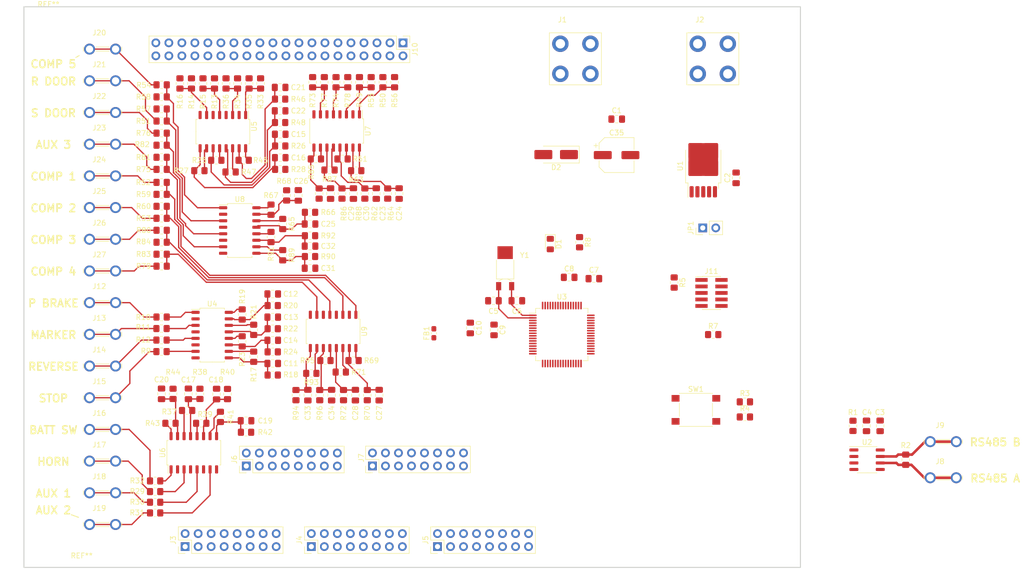
<source format=kicad_pcb>
(kicad_pcb (version 20221018) (generator pcbnew)
  (layers (0 "F.Cu" signal) (1 "In1.Cu" signal) (2 "In2.Cu" signal) (31 "B.Cu" signal) (34 "B.Paste" user) (35 "F.Paste" user) (36 "B.SilkS" user "B.Silkscreen") (37 "F.SilkS" user "F.Silkscreen") (38 "B.Mask" user) (39 "F.Mask" user) (44 "Edge.Cuts" user))
  (net 0 "")
  (net 1 "COMP_4_SENSE")
  (net 2 "COMP_1_SENSE")
  (net 3 "GNDREF")
  (net 4 "+3.3V")
  (net 5 "+12V")
  (net 6 "/RS485_A")
  (net 7 "/RS485_B")
  (net 8 "CAB_2_SENSE")
  (net 9 "CAB_1_SENSE")
  (net 10 "CAB_4_SENSE")
  (net 11 "CAB_3_SENSE")
  (net 12 "CAB_6_SENSE")
  (net 13 "CAB_5_SENSE")
  (net 14 "CAB_8_SENSE")
  (net 15 "CAB_7_SENSE")
  (net 16 "STOP_LIGHT_SENSE")
  (net 17 "PARK_BRAKE_SENSE")
  (net 18 "MARKER_LIGHT_SENSE")
  (net 19 "REVERSE_LIGHT_SENSE")
  (net 20 "HORN_SENSE")
  (net 21 "AUX_1_SENSE")
  (net 22 "AUX_2_SENSE")
  (net 23 "BATT_SW_SENSE")
  (net 24 "COMP_2_SENSE")
  (net 25 "COMP_3_SENSE")
  (net 26 "COMP_5_SENSE")
  (net 27 "REAR_DOOR_SENSE")
  (net 28 "AUX_3_SENSE")
  (net 29 "SIDE_DOOR_SENSE")
  (net 30 "Net-(J25-P1-Pad1)")
  (net 31 "Net-(J26-P1-Pad1)")
  (net 32 "Net-(J27-P1-Pad1)")
  (net 33 "/MCU/SWDIO")
  (net 34 "/MCU/SWDCLK")
  (net 35 "/MCU/#RESET")
  (net 36 "Net-(R54-Pad1)")
  (net 39 "FLOOD_D_EN")
  (net 40 "FLOOD_R_EN")
  (net 41 "FLOOD_P_EN")
  (net 47 "COMP_1_LGT_EN")
  (net 49 "COMP_2_LGT_EN")
  (net 51 "COMP_3_LGT_EN")
  (net 53 "COMP_4_LGT_EN")
  (net 55 "COMP_5_LGT_EN")
  (net 57 "CAB_SIGNAL_1")
  (net 58 "CAB_SIGNAL_5")
  (net 59 "CAB_SIGNAL_2")
  (net 60 "CAB_SIGNAL_6")
  (net 61 "CAB_SIGNAL_3")
  (net 62 "CAB_SIGNAL_7")
  (net 63 "CAB_SIGNAL_4")
  (net 64 "CAB_SIGNAL_8")
  (net 65 "CAB_CHIME_EN")
  (net 66 "BACKUP_CHIME_EN")
  (net 67 "FOG_LGT_EN")
  (net 68 "ISECT_D_EN")
  (net 69 "ISECT_P_EN")
  (net 70 "AUX_1_EN")
  (net 71 "AUX_2_EN")
  (net 72 "AUX_3_EN")
  (net 73 "AUX_4_EN")
  (net 74 "AUX_5_EN")
  (net 75 "RS485_DATA_ENABLE")
  (net 76 "Net-(R4-Pad1)")
  (net 77 "Net-(R73-Pad1)")
  (net 78 "Net-(R79-Pad1)")
  (net 79 "UART3_RX")
  (net 80 "UART3_TX")
  (net 81 "UART5_TX")
  (net 82 "UART5_RX")
  (net 83 "Net-(U3-PA01)")
  (net 84 "Net-(U3-PA00)")
  (net 85 "Net-(U3-VDDCORE)")
  (net 86 "Net-(U3-VDDANA)")
  (net 87 "Net-(D1-K)")
  (net 88 "Net-(D1-A)")
  (net 143 "Net-(J11-VTref)")
  (net 147 "Net-(J11-~{RESET})")
  (net 148 "Net-(J12-P1-Pad1)")
  (net 149 "Net-(J13-P1-Pad1)")
  (net 150 "Net-(J14-P1-Pad1)")
  (net 151 "Net-(J15-P1-Pad1)")
  (net 152 "Net-(J16-P1-Pad1)")
  (net 153 "Net-(J17-P1-Pad1)")
  (net 154 "Net-(J18-P1-Pad1)")
  (net 155 "Net-(J19-P1-Pad1)")
  (net 156 "Net-(J20-P1-Pad1)")
  (net 157 "Net-(J21-P1-Pad1)")
  (net 158 "Net-(J22-P1-Pad1)")
  (net 159 "Net-(J23-P1-Pad1)")
  (net 160 "Net-(J24-P1-Pad1)")
  (net 161 "Net-(R9-Pad2)")
  (net 162 "Net-(R10-Pad2)")
  (net 163 "Net-(R11-Pad2)")
  (net 164 "Net-(R12-Pad2)")
  (net 165 "Net-(R13-Pad1)")
  (net 166 "Net-(R14-Pad1)")
  (net 167 "Net-(R29-Pad2)")
  (net 168 "Net-(R30-Pad2)")
  (net 169 "Net-(R31-Pad2)")
  (net 170 "Net-(R32-Pad2)")
  (net 171 "Net-(R33-Pad1)")
  (net 172 "Net-(R34-Pad1)")
  (net 173 "Net-(R49-Pad1)")
  (net 174 "Net-(R50-Pad1)")
  (net 175 "Net-(R51-Pad1)")
  (net 176 "Net-(R52-Pad1)")
  (net 177 "Net-(R53-Pad1)")
  (net 178 "Net-(R74-Pad1)")
  (net 179 "Net-(R75-Pad1)")
  (net 180 "Net-(R76-Pad1)")
  (net 181 "Net-(R80-Pad1)")
  (net 182 "Net-(D2-A)")
  (footprint "Resistor_SMD:R_0805_2012Metric_Pad1.20x1.40mm_HandSolder" (layer "F.Cu") (at 132.987142 78.8885 90)
    (fp_text reference "R88")
    (fp_text value "1.1k")
  )
  (footprint "Button_Switch_SMD:SW_Push_1P1T_NO_6x6mm_H9.5mm" (layer "F.Cu") (at 202.095 121.122)
    (fp_text reference "SW1")
    (fp_text value "SW_Push")
  )
  (footprint "Toadly:TE_Faston_20-16AWG_Straight_Tab" (layer "F.Cu") (at 86.233 112.568)
    (fp_text reference "J14")
    (fp_text value "TE_Faston_20-16AWG_Straight_Tab")
  )
  (footprint "Resistor_SMD:R_0805_2012Metric_Pad1.20x1.40mm_HandSolder" (layer "F.Cu") (at 100 118 -90)
    (fp_text reference "R44")
    (fp_text value "1.1k")
  )
  (footprint "Package_SO:SO-8_3.9x4.9mm_P1.27mm" (layer "F.Cu") (at 235.516857 130.861)
    (fp_text reference "U2")
    (fp_text value "MAX33071")
  )
  (footprint "Capacitor_SMD:C_0805_2012Metric_Pad1.18x1.45mm_HandSolder" (layer "F.Cu") (at 119.4625 103.021714)
    (fp_text reference "C13")
    (fp_text value "1uF")
  )
  (footprint "Resistor_SMD:R_0805_2012Metric_Pad1.20x1.40mm_HandSolder" (layer "F.Cu") (at 211.658 122.512)
    (fp_text reference "R4")
    (fp_text value "39")
  )
  (footprint "Capacitor_SMD:C_0805_2012Metric_Pad1.18x1.45mm_HandSolder" (layer "F.Cu") (at 126.746 89.154)
    (fp_text reference "C32")
    (fp_text value "1uF")
  )
  (footprint "Toadly:TE_Faston_20-16AWG_Straight_Tab" (layer "F.Cu") (at 86.233 131.1332)
    (fp_text reference "J17")
    (fp_text value "TE_Faston_20-16AWG_Straight_Tab")
  )
  (footprint "Resistor_SMD:R_0805_2012Metric_Pad1.20x1.40mm_HandSolder" (layer "F.Cu") (at 179.377 88.392 -90)
    (fp_text reference "R8")
    (fp_text value "91")
  )
  (footprint "Resistor_SMD:R_0805_2012Metric_Pad1.20x1.40mm_HandSolder" (layer "F.Cu") (at 113.5 102.5 90)
    (fp_text reference "R19")
    (fp_text value "DNP")
  )
  (footprint "Resistor_SMD:R_0805_2012Metric_Pad1.20x1.40mm_HandSolder" (layer "F.Cu") (at 114.844284 57.388 90)
    (fp_text reference "R35")
    (fp_text value "3.3k")
  )
  (footprint "Capacitor_SMD:C_0805_2012Metric_Pad1.18x1.45mm_HandSolder" (layer "F.Cu") (at 177.345 95.25)
    (fp_text reference "C8")
    (fp_text value "0.1uF")
  )
  (footprint "Capacitor_SMD:C_0805_2012Metric_Pad1.18x1.45mm_HandSolder" (layer "F.Cu") (at 120.904 62.738)
    (fp_text reference "C22")
    (fp_text value "1uF")
  )
  (footprint "Resistor_SMD:R_0805_2012Metric_Pad1.20x1.40mm_HandSolder" (layer "F.Cu") (at 97.774 67.092284 180)
    (fp_text reference "R76")
    (fp_text value "DNP")
  )
  (footprint "Resistor_SMD:R_0805_2012Metric_Pad1.20x1.40mm_HandSolder" (layer "F.Cu") (at 97.774 83.721508 180)
    (fp_text reference "R53")
    (fp_text value "DNP")
  )
  (footprint "Resistor_SMD:R_0805_2012Metric_Pad1.20x1.40mm_HandSolder" (layer "F.Cu") (at 102.75 121.25 180)
    (fp_text reference "R37")
    (fp_text value "DNP")
  )
  (footprint "Resistor_SMD:R_0805_2012Metric_Pad1.20x1.40mm_HandSolder" (layer "F.Cu") (at 128.524 78.8885 90)
    (fp_text reference "R86")
    (fp_text value "1.1k")
  )
  (footprint "Resistor_SMD:R_0805_2012Metric_Pad1.20x1.40mm_HandSolder" (layer "F.Cu") (at 138.684 57.15 90)
    (fp_text reference "R55")
    (fp_text value "3.3k")
  )
  (footprint "Resistor_SMD:R_0805_2012Metric_Pad1.20x1.40mm_HandSolder" (layer "F.Cu") (at 97.774 57.658 180)
    (fp_text reference "R54")
    (fp_text value "DNP")
  )
  (footprint "Resistor_SMD:R_0805_2012Metric_Pad1.20x1.40mm_HandSolder" (layer "F.Cu") (at 115.75 110.75 90)
    (fp_text reference "R17")
    (fp_text value "DNP")
  )
  (footprint "Toadly:TE_Faston_20-16AWG_Straight_Tab" (layer "F.Cu") (at 86.233 50.684)
    (fp_text reference "J20")
    (fp_text value "TE_Faston_20-16AWG_Straight_Tab")
  )
  (footprint "Capacitor_SMD:C_0805_2012Metric_Pad1.18x1.45mm_HandSolder" (layer "F.Cu") (at 209.942 75.823 90)
    (fp_text reference "C2")
    (fp_text value "10uF")
  )
  (footprint "Resistor_SMD:R_0805_2012Metric_Pad1.20x1.40mm_HandSolder" (layer "F.Cu") (at 119.126 87.376 90)
    (fp_text reference "R91")
    (fp_text value "DNP")
  )
  (footprint "Package_SO:SOP-16_4.55x10.3mm_P1.27mm" (layer "F.Cu") (at 113.03 86.106)
    (fp_text reference "U8")
    (fp_text value "TCMT4600")
  )
  (footprint "Resistor_SMD:R_0805_2012Metric_Pad1.20x1.40mm_HandSolder" (layer "F.Cu") (at 105.845428 57.388 90)
    (fp_text reference "R15")
    (fp_text value "3.3k")
  )
  (footprint "Resistor_SMD:R_0805_2012Metric_Pad1.20x1.40mm_HandSolder" (layer "F.Cu") (at 134.112 57.15 90)
    (fp_text reference "R78")
    (fp_text value "3.3k")
  )
  (footprint "Capacitor_SMD:C_0805_2012Metric_Pad1.18x1.45mm_HandSolder" (layer "F.Cu") (at 135.60714 118.25 -90)
    (fp_text reference "C28")
    (fp_text value "1uF")
  )
  (footprint "Resistor_SMD:R_0805_2012Metric_Pad1.20x1.40mm_HandSolder" (layer "F.Cu") (at 243.066857 130.861 90)
    (fp_text reference "R2")
    (fp_text value "120")
  )
  (footprint "Resistor_SMD:R_0805_2012Metric_Pad1.20x1.40mm_HandSolder" (layer "F.Cu") (at 113.792 72.39)
    (fp_text reference "R45")
    (fp_text value "DNP")
  )
  (footprint "Resistor_SMD:R_0805_2012Metric_Pad1.20x1.40mm_HandSolder" (layer "F.Cu") (at 131.826 57.15 90)
    (fp_text reference "R74")
    (fp_text value "DNP")
  )
  (footprint "Resistor_SMD:R_0805_2012Metric_Pad1.20x1.40mm_HandSolder" (layer "F.Cu") (at 120.904 65.024 180)
    (fp_text reference "R48")
    (fp_text value "1.1k")
  )
  (footprint "Capacitor_SMD:C_0805_2012Metric_Pad1.18x1.45mm_HandSolder" (layer "F.Cu") (at 124.46 79.248 90)
    (fp_text reference "C26")
    (fp_text value "1uF")
  )
  (footprint "Toadly:TE_Faston_20-16AWG_Straight_Tab" (layer "F.Cu") (at 86.233 137.3216)
    (fp_text reference "J18")
    (fp_text value "TE_Faston_20-16AWG_Straight_Tab")
  )
  (footprint "Connector_PinHeader_2.54mm:PinHeader_1x02_P2.54mm_Vertical" (layer "F.Cu") (at 203.433 85.598 90)
    (fp_text reference "JP1")
    (fp_text value "Jumper_2_Open")
  )
  (footprint "Capacitor_SMD:C_0805_2012Metric_Pad1.18x1.45mm_HandSolder" (layer "F.Cu") (at 120.9255 67.31)
    (fp_text reference "C15")
    (fp_text value "1uF")
  )
  (footprint "Resistor_SMD:R_0805_2012Metric_Pad1.20x1.40mm_HandSolder" (layer "F.Cu") (at 108.442 72.39)
    (fp_text reference "R25")
    (fp_text value "DNP")
  )
  (footprint "Resistor_SMD:R_0805_2012Metric_Pad1.20x1.40mm_HandSolder" (layer "F.Cu") (at 119.4625 109.804285 180)
    (fp_text reference "R24")
    (fp_text value "1.1k")
  )
  (footprint "Resistor_SMD:R_0805_2012Metric_Pad1.20x1.40mm_HandSolder" (layer "F.Cu") (at 110.632 118.0375 -90)
    (fp_text reference "R40")
    (fp_text value "1.1k")
  )
  (footprint "Package_SO:SOP-16_4.55x10.3mm_P1.27mm" (layer "F.Cu") (at 131.255 105.811 -90)
    (fp_text reference "U9")
    (fp_text value "TCMT4600")
  )
  (footprint "Toadly:Wurth_THR_Terminal_M4" (layer "F.Cu") (at 205.397 52.578)
    (fp_text reference "J2")
    (fp_text value "Wurth_THR_Terminal_M4")
  )
  (footprint "Connector_PinHeader_1.27mm:PinHeader_2x05_P1.27mm_Vertical_SMD" (layer "F.Cu") (at 205.134 98.298)
    (fp_text reference "J11")
    (fp_text value "Conn_ARM_JTAG_SWD_10")
  )
  (footprint "Resistor_SMD:R_0805_2012Metric_Pad1.20x1.40mm_HandSolder" (layer "F.Cu") (at 97.774 71.809426 180)
    (fp_text reference "R81")
    (fp_text value "DNP")
  )
  (footprint "Resistor_SMD:R_0805_2012Metric_Pad1.20x1.40mm_HandSolder" (layer "F.Cu") (at 127.254 57.15 90)
    (fp_text reference "R73")
    (fp_text value "DNP")
  )
  (footprint "Resistor_SMD:R_0805_2012Metric_Pad1.20x1.40mm_HandSolder" (layer "F.Cu") (at 197.85 96.266 -90)
    (fp_text reference "R5")
    (fp_text value "DNP")
  )
  (footprint "Resistor_SMD:R_0805_2012Metric_Pad1.20x1.40mm_HandSolder" (layer "F.Cu") (at 127.889 72.136)
    (fp_text reference "R85")
    (fp_text value "DNP")
  )
  (footprint "Package_QFP:TQFP-64_10x10mm_P0.5mm" (layer "F.Cu") (at 175.911 106.419)
    (fp_text reference "U3")
    (fp_text value "ATSAMD21J18A-A")
  )
  (footprint "Resistor_SMD:R_0805_2012Metric_Pad1.20x1.40mm_HandSolder" (layer "F.Cu") (at 126.746 91.186 180)
    (fp_text reference "R90")
    (fp_text value "1.1k")
  )
  (footprint "Toadly:TE_Faston_20-16AWG_Straight_Tab" (layer "F.Cu") (at 86.233 81.626)
    (fp_text reference "J25")
    (fp_text value "TE_Faston_20-16AWG_Straight_Tab")
  )
  (footprint "Resistor_SMD:R_0805_2012Metric_Pad1.20x1.40mm_HandSolder" (layer "F.Cu") (at 97.774 79.045836 180)
    (fp_text reference "R59")
    (fp_text value "3.3k")
  )
  (footprint "MountingHole:MountingHole_4.3mm_M4" (layer "F.Cu") (at 75.692 47.244)
    (fp_text reference "REF**")
    (fp_text value "MountingHole_4.3mm_M4")
  )
  (footprint "Resistor_SMD:R_0805_2012Metric_Pad1.20x1.40mm_HandSolder" (layer "F.Cu") (at 119.4625 100.760857 180)
    (fp_text reference "R20")
    (fp_text value "1.1k")
  )
  (footprint "Resistor_SMD:R_0805_2012Metric_Pad1.20x1.40mm_HandSolder" (layer "F.Cu") (at 121.412 90.932 90)
    (fp_text reference "R89")
    (fp_text value "DNP")
  )
  (footprint "Capacitor_SMD:C_0805_2012Metric_Pad1.18x1.45mm_HandSolder" (layer "F.Cu") (at 114.25 123.25)
    (fp_text reference "C19")
    (fp_text value "1uF")
  )
  (footprint "Toadly:TE_Faston_20-16AWG_Straight_Tab" (layer "F.Cu") (at 250.391857 134.386)
    (fp_text reference "J8")
    (fp_text value "TE_Faston_20-16AWG_Straight_Tab")
  )
  (footprint "Resistor_SMD:R_0805_2012Metric_Pad1.20x1.40mm_HandSolder" (layer "F.Cu") (at 135.25 111.5)
    (fp_text reference "R69")
    (fp_text value "DNP")
  )
  (footprint "Resistor_SMD:R_0805_2012Metric_Pad1.20x1.40mm_HandSolder" (layer "F.Cu") (at 120.904 60.452 180)
    (fp_text reference "R46")
    (fp_text value "1.1k")
  )
  (footprint "Resistor_SMD:R_0805_2012Metric_Pad1.20x1.40mm_HandSolder" (layer "F.Cu") (at 140.97 57.15 90)
    (fp_text reference "R50")
    (fp_text value "DNP")
  )
  (footprint "Resistor_SMD:R_0805_2012Metric_Pad1.20x1.40mm_HandSolder" (layer "F.Cu") (at 112.59457 57.388 90)
    (fp_text reference "R34")
    (fp_text value "DNP")
  )
  (footprint "Resistor_SMD:R_0805_2012Metric_Pad1.20x1.40mm_HandSolder" (layer "F.Cu") (at 117.094 57.388 90)
    (fp_text reference "R33")
    (fp_text value "DNP")
  )
  (footprint "Toadly:TE_Faston_20-16AWG_Straight_Tab" (layer "F.Cu") (at 86.233 69.2492)
    (fp_text reference "J23")
    (fp_text value "TE_Faston_20-16AWG_Straight_Tab")
  )
  (footprint "Toadly:TE_Faston_20-16AWG_Straight_Tab" (layer "F.Cu") (at 86.233 100.1912)
    (fp_text reference "J12")
    (fp_text value "TE_Faston_20-16AWG_Straight_Tab")
  )
  (footprint "Toadly:TE_Faston_20-16AWG_Straight_Tab" (layer "F.Cu") (at 250.391857 127.336)
    (fp_text reference "J9")
    (fp_text value "TE_Faston_20-16AWG_Straight_Tab")
  )
  (footprint "Resistor_SMD:R_0805_2012Metric_Pad1.20x1.40mm_HandSolder" (layer "F.Cu") (at 232.766857 124.2485 90)
    (fp_text reference "R1")
    (fp_text value "10K")
  )
  (footprint "Capacitor_SMD:C_0805_2012Metric_Pad1.18x1.45mm_HandSolder" (layer "F.Cu") (at 167.132 99.822 180)
    (fp_text reference "C6")
    (fp_text value "6.8pF")
  )
  (footprint "Capacitor_SMD:C_0805_2012Metric_Pad1.18x1.45mm_HandSolder" (layer "F.Cu") (at 135.218713 78.8885 -90)
    (fp_text reference "C30")
    (fp_text value "1uF")
  )
  (footprint "Diode_SMD:D_SMA_Handsoldering" (layer "F.Cu") (at 174.807 71.278 180)
    (fp_text reference "D2")
    (fp_text value "D")
  )
  (footprint "Package_SO:SOP-16_4.55x10.3mm_P1.27mm" (layer "F.Cu") (at 107.64 106.531)
    (fp_text reference "U4")
    (fp_text value "TCMT4600")
  )
  (footprint "Resistor_SMD:R_0805_2012Metric_Pad1.20x1.40mm_HandSolder" (layer "F.Cu") (at 97.75 109.75)
    (fp_text reference "R9")
    (fp_text value "3.3k")
  )
  (footprint "Resistor_SMD:R_0805_2012Metric_Pad1.20x1.40mm_HandSolder" (layer "F.Cu") (at 126.746 82.55 180)
    (fp_text reference "R66")
    (fp_text value "1.1k")
  )
  (footprint "Resistor_SMD:R_0805_2012Metric_Pad1.20x1.40mm_HandSolder" (layer "F.Cu") (at 143.256 57.15 90)
    (fp_text reference "R56")
    (fp_text value "3.3k")
  )
  (footprint "Resistor_SMD:R_0805_2012Metric_Pad1.20x1.40mm_HandSolder" (layer "F.Cu") (at 122.174 79.248 -90)
    (fp_text reference "R68")
    (fp_text value "1.1k")
  )
  (footprint "Resistor_SMD:R_0805_2012Metric_Pad1.20x1.40mm_HandSolder" (layer "F.Cu") (at 97.774 76.708 180)
    (fp_text reference "R52")
    (fp_text value "DNP")
  )
  (footprint "Package_SO:SOP-16_4.55x10.3mm_P1.27mm" (layer "F.Cu") (at 131.953 66.675 -90)
    (fp_text reference "U7")
    (fp_text value "TCMT4600")
  )
  (footprint "Capacitor_SMD:C_0805_2012Metric_Pad1.18x1.45mm_HandSolder" (layer "F.Cu") (at 235.401857 124.2485 90)
    (fp_text reference "C4")
    (fp_text value "1uF")
  )
  (footprint "Resistor_SMD:R_0805_2012Metric_Pad1.20x1.40mm_HandSolder" (layer "F.Cu") (at 133.096 72.136)
    (fp_text reference "R61")
    (fp_text value "DNP")
  )
  (footprint "Resistor_SMD:R_0805_2012Metric_Pad1.20x1.40mm_HandSolder" (layer "F.Cu") (at 129.54 57.15 90)
    (fp_text reference "R77")
    (fp_text value "3.3k")
  )
  (footprint "Resistor_SMD:R_0805_2012Metric_Pad1.20x1.40mm_HandSolder" (layer "F.Cu") (at 97.774 86.059344 180)
    (fp_text reference "R80")
    (fp_text value "DNP")
  )
  (footprint "Capacitor_SMD:C_0805_2012Metric_Pad1.18x1.45mm_HandSolder" (layer "F.Cu") (at 130.755571 78.8885 -90)
    (fp_text reference "C29")
    (fp_text value "1uF")
  )
  (footprint "Resistor_SMD:R_0805_2012Metric_Pad1.20x1.40mm_HandSolder" (layer "F.Cu") (at 105.5 123.75 180)
    (fp_text reference "R39")
    (fp_text value "DNP")
  )
  (footprint "Resistor_SMD:R_0805_2012Metric_Pad1.20x1.40mm_HandSolder" (layer "F.Cu") (at 96.5 141.25)
    (fp_text reference "R31")
    (fp_text value "3.3k")
  )
  (footprint "Toadly:TE_Faston_20-16AWG_Straight_Tab" (layer "F.Cu") (at 86.233 75.4376)
    (fp_text reference "J24")
    (fp_text value "TE_Faston_20-16AWG_Straight_Tab")
  )
  (footprint "Resistor_SMD:R_0805_2012Metric_Pad1.20x1.40mm_HandSolder" (layer "F.Cu") (at 97.774 74.168 180)
    (fp_text reference "R75")
    (fp_text value "3.3k")
  )
  (footprint "Toadly:TE_Faston_20-16AWG_Straight_Tab" (layer "F.Cu") (at 86.233 143.51)
    (fp_text reference "J19")
    (fp_text value "TE_Faston_20-16AWG_Straight_Tab")
  )
  (footprint "Toadly:TE_Faston_20-16AWG_Straight_Tab" (layer "F.Cu") (at 86.233 124.9448)
    (fp_text reference "J16")
    (fp_text value "TE_Faston_20-16AWG_Straight_Tab")
  )
  (footprint "Resistor_SMD:R_0805_2012Metric_Pad1.20x1.40mm_HandSolder" (layer "F.Cu") (at 97.75 105.25)
    (fp_text reference "R11")
    (fp_text value "3.3k")
  )
  (footprint "Resistor_SMD:R_0805_2012Metric_Pad1.20x1.40mm_HandSolder" (layer "F.Cu") (at 97.774 60.016571 180)
    (fp_text reference "R58")
    (fp_text value "3.3k")
  )
  (footprint "Toadly:Wurth_THR_Terminal_M4" (layer "F.Cu") (at 178.562 52.578)
    (fp_text reference "J1")
    (fp_text value "Wurth_THR_Terminal_M4")
  )
  (footprint "Package_TO_SOT_SMD:TO-252-5_TabPin3" (layer "F.Cu") (at 203.532 73.503 90)
    (fp_text reference "U1")
    (fp_text value "TPS7B8733")
  )
  (footprint "Resistor_SMD:R_0805_2012Metric_Pad1.20x1.40mm_HandSolder" (layer "F.Cu") (at 124 118.25 90)
    (fp_text reference "R94")
    (fp_text value "1.1k")
  )
  (footprint "Capacitor_SMD:C_0805_2012Metric_Pad1.18x1.45mm_HandSolder" (layer "F.Cu") (at 126.746 84.836)
    (fp_text reference "C25")
    (fp_text value "1uF")
  )
  (footprint "Connector_PinHeader_2.54mm:PinHeader_2x08_P2.54mm_Vertical" (layer "F.Cu") (at 151.638 147.828 90)
    (fp_text reference "J5")
    (fp_text value "Conn_02x08_Odd_Even")
  )
  (footprint "Capacitor_SMD:C_0805_2012Metric_Pad1.18x1.45mm_HandSolder" (layer "F.Cu") (at 238.066857 124.2485 90)
    (fp_text reference "C3")
    (fp_text value "0.1uF")
  )
  (footprint "Capacitor_SMD:C_0805_2012Metric_Pad1.18x1.45mm_HandSolder" (layer "F.Cu") (at 130.964284 118.25 -90)
    (fp_text reference "C34")
    (fp_text value "1uF")
  )
  (footprint "Resistor_SMD:R_0805_2012Metric_Pad1.20x1.40mm_HandSolder" (layer "F.Cu") (at 136.398 57.15 90)
    (fp_text reference "R49")
    (fp_text value "DNP")
  )
  (footprint "Resistor_SMD:R_0805_2012Metric_Pad1.20x1.40mm_HandSolder" (layer "F.Cu") (at 130.556 74.295)
    (fp_text reference "R87")
    (fp_text value "DNP")
  )
  (footprint "Resistor_SMD:R_0805_2012Metric_Pad1.20x1.40mm_HandSolder" (layer "F.Cu") (at 128.642856 118.25 90)
    (fp_text reference "R96")
    (fp_text value "1.1k")
  )
  (footprint "Capacitor_SMD:C_0805_2012Metric_Pad1.18x1.45mm_HandSolder" (layer "F.Cu") (at 119.4625 112.065142)
    (fp_text reference "C11")
    (fp_text value "1uF")
  )
  (footprint "Connector_PinHeader_2.54mm:PinHeader_2x08_P2.54mm_Vertical" (layer "F.Cu") (at 127 147.828 90)
    (fp_text reference "J4")
    (fp_text value "Conn_02x08_Odd_Even")
  )
  (footprint "Resistor_SMD:R_0805_2012Metric_Pad1.20x1.40mm_HandSolder" (layer "F.Cu") (at 97.774 69.450855 180)
    (fp_text reference "R82")
    (fp_text value "3.3k")
  )
  (footprint "Resistor_SMD:R_0805_2012Metric_Pad1.20x1.40mm_HandSolder" (layer "F.Cu") (at 103.595714 57.388 90)
    (fp_text reference "R14")
    (fp_text value "DNP")
  )
  (footprint "Resistor_SMD:R_0805_2012Metric_Pad1.20x1.40mm_HandSolder" (layer "F.Cu") (at 101.346 57.388 90)
    (fp_text reference "R16")
    (fp_text value "3.3k")
  )
  (footprint "Resistor_SMD:R_0805_2012Metric_Pad1.20x1.40mm_HandSolder" (layer "F.Cu") (at 97.774 62.375142 180)
    (fp_text reference "R57")
    (fp_text value "3.3k")
  )
  (footprint "Capacitor_SMD:C_0805_2012Metric_Pad1.18x1.45mm_HandSolder" (layer "F.Cu") (at 144.145 78.8885 -90)
    (fp_text reference "C24")
    (fp_text value "1uF")
  )
  (footprint "Resistor_SMD:R_0805_2012Metric_Pad1.20x1.40mm_HandSolder" (layer "F.Cu") (at 96.5 139.166666)
    (fp_text reference "R30")
    (fp_text value "3.3k")
  )
  (footprint "Capacitor_SMD:C_0805_2012Metric_Pad1.18x1.45mm_HandSolder" (layer "F.Cu") (at 186.632 64.353)
    (fp_text reference "C1")
    (fp_text value "1uF")
  )
  (footprint "Crystal:Crystal_SMD_MicroCrystal_MS1V-T1K" (layer "F.Cu") (at 164.846 93.474 180)
    (fp_text reference "Y1")
    (fp_text value "32.768kHz")
  )
  (footprint "Resistor_SMD:R_0805_2012Metric_Pad1.20x1.40mm_HandSolder" (layer "F.Cu") (at 135.763 74.422)
    (fp_text reference "R63")
    (fp_text value "DNP")
  )
  (footprint "Resistor_SMD:R_0805_2012Metric_Pad1.20x1.40mm_HandSolder" (layer "F.Cu") (at 108.095142 57.388 90)
    (fp_text reference "R13")
    (fp_text value "DNP")
  )
  (footprint "Resistor_SMD:R_0805_2012Metric_Pad1.20x1.40mm_HandSolder" (layer "F.Cu") (at 97.774 81.383672 180)
    (fp_text reference "R60")
    (fp_text value "3.3k")
  )
  (footprint "Package_SO:SOP-16_4.55x10.3mm_P1.27mm" (layer "F.Cu") (at 109.728 66.802 -90)
    (fp_text reference "U5")
    (fp_text value "TCMT4600")
  )
  (footprint "Connector_PinHeader_2.54mm:PinHeader_2x20_P2.54mm_Vertical" (layer "F.Cu") (at 144.9 49.46 -90)
    (fp_text reference "J10")
    (fp_text value "Conn_02x20_Odd_Even")
  )
  (footprint "Resistor_SMD:R_0805_2012Metric_Pad1.20x1.40mm_HandSolder" (layer "F.Cu") (at 137.928568 118.25 90)
    (fp_text reference "R70")
    (fp_text value "1.1k")
  )
  (footprint "Resistor_SMD:R_0805_2012Metric_Pad1.20x1.40mm_HandSolder" (layer "F.Cu") (at 115.75 105.5 90)
    (fp_text reference "R21")
    (fp_text value "DNP")
  )
  (footprint "Capacitor_SMD:C_0805_2012Metric_Pad1.18x1.45mm_HandSolder" (layer "F.Cu") (at 126.746 93.472)
    (fp_text reference "C31")
    (fp_text value "1uF")
  )
  (footprint "Capacitor_SMD:C_0805_2012Metric_Pad1.18x1.45mm_HandSolder" (layer "F.Cu") (at 139.681855 78.8885 -90)
    (fp_text reference "C23")
    (fp_text value "1uF")
  )
  (footprint "Capacitor_SMD:C_0805_2012Metric_Pad1.18x1.45mm_HandSolder" (layer "F.Cu") (at 126.321428 118.25 -90)
    (fp_text reference "C33")
    (fp_text value "1uF")
  )
  (footprint "Capacitor_SMD:C_0805_2012Metric_Pad1.18x1.45mm_HandSolder" (layer "F.Cu") (at 182.171 95.504)
    (fp_text reference "C7")
    (fp_text value "0.1uF")
  )
  (footprint "Package_SO:SOP-16_4.55x10.3mm_P1.27mm" (layer "F.Cu") (at 104.055 129.5 90)
    (fp_text reference "U6")
    (fp_text value "TCMT4600")
  )
  (footprint "Toadly:TE_Faston_20-16AWG_Straight_Tab" (layer "F.Cu") (at 86.233 94.0028)
    (fp_text reference "J27")
    (fp_text value "TE_Faston_20-16AWG_Straight_Tab")
  )
  (footprint "Capacitor_SMD:C_0805_2012Metric_Pad1.18x1.45mm_HandSolder" (layer "F.Cu") (at 108.5 118.0375 90)
    (fp_text reference "C18")
    (fp_text value "1uF")
  )
  (footprint "Capacitor_SMD:C_0805_2012Metric_Pad1.18x1.45mm_HandSolder" (layer "F.Cu") (at 103 118 90)
    (fp_text reference "C17")
    (fp_text value "1uF")
  )
  (footprint "Capacitor_SMD:C_0805_2012Metric_Pad1.18x1.45mm_HandSolder" (layer "F.Cu") (at 120.904 58.166)
    (fp_text reference "C21")
    (fp_text value "1uF")
  )
  (footprint "Connector_PinHeader_2.54mm:PinHeader_2x08_P2.54mm_Vertical" (layer "F.Cu") (at 102.362 147.828 90)
    (fp_text reference "J3")
    (fp_text value "Conn_02x08_Odd_Even")
  )
  (footprint "Resistor_SMD:R_0805_2012Metric_Pad1.20x1.40mm_HandSolder" (layer "F.Cu") (at 111.236 74.676)
    (fp_text reference "R47")
    (fp_text value "DNP")
  )
  (footprint "Toadly:TE_Faston_20-16AWG_Straight_Tab" (layer "F.Cu") (at 86.233 56.8724)
    (fp_text reference "J21")
    (fp_text value "TE_Faston_20-16AWG_Straight_Tab")
  )
  (footprint "Resistor_SMD:R_0805_2012Metric_Pad1.20x1.40mm_HandSolder" (layer "F.Cu") (at 97.774 90.735016 180)
    (fp_text reference "R83")
    (fp_text value "3.3k")
  )
  (footprint "Capacitor_SMD:C_0805_2012Metric_Pad1.18x1.45mm_HandSolder" (layer "F.Cu") (at 119.4625 98.5)
    (fp_text reference "C12")
    (fp_text value "1uF")
  )
  (footprint "Resistor_SMD:R_0805_2012Metric_Pad1.20x1.40mm_HandSolder" (layer "F.Cu") (at 119.4625 114.326 180)
    (fp_text reference "R18")
    (fp_text value "1.1k")
  )
  (footprint "Resistor_SMD:R_0805_2012Metric_Pad1.20x1.40mm_HandSolder" (layer "F.Cu") (at 129.75 111.5)
    (fp_text reference "R95")
    (fp_text value "DNP")
  )
  (footprint "Resistor_SMD:R_0805_2012Metric_Pad1.20x1.40mm_HandSolder" (layer "F.Cu") (at 99.5 123.75 180)
    (fp_text reference "R43")
    (fp_text value "DNP")
  )
  (footprint "Resistor_SMD:R_0805_2012Metric_Pad1.20x1.40mm_HandSolder" (layer "F.Cu") (at 105.14 74.422)
    (fp_text reference "R27")
    (fp_text value "DNP")
  )
  (footprint "Resistor_SMD:R_0805_2012Metric_Pad1.20x1.40mm_HandSolder" (layer "F.Cu") (at 132.75 113.75)
    (fp_text reference "R71")
    (fp_text value "DNP")
  )
  (footprint "Toadly:TE_Faston_20-16AWG_Straight_Tab" (layer "F.Cu") (at 86.233 87.8144)
    (fp_text reference "J26")
    (fp_text value "TE_Faston_20-16AWG_Straight_Tab")
  )
  (footprint "Capacitor_SMD:C_0805_2012Metric_Pad1.18x1.45mm_HandSolder" (layer "F.Cu") (at 140.25 118.25 -90)
    (fp_text reference "C27")
    (fp_text value "1uF")
  )
  (footprint "LED_SMD:LED_0805_2012Metric_Pad1.15x1.40mm_HandSolder" (layer "F.Cu") (at 173.662 88.757 -90)
    (fp_text reference "D1")
    (fp_text value "LED")
  )
  (footprint "Capacitor_SMD:CP_Elec_6.3x7.7" (layer "F.Cu") (at 186.607 71.378)
    (fp_text reference "C35")
    (fp_text value "22uF")
  )
  (footprint "Resistor_SMD:R_0805_2012Metric_Pad1.20x1.40mm_HandSolder" (layer "F.Cu") (at 97.774 64.733713 180)
    (fp_text reference "R51")
    (fp_text value "DNP")
  )
  (footprint "Capacitor_SMD:C_0805_2012Metric_Pad1.18x1.45mm_HandSolder" (layer "F.Cu") (at 97.75 118 90)
    (fp_text reference "C20")
    (fp_text value "1uF")
  )
  (footprint "Resistor_SMD:R_0805_2012Metric_Pad1.20x1.40mm_HandSolder" (layer "F.Cu") (at 110.344856 57.388 90)
    (fp_text reference "R36")
    (fp_text value "3.3k")
  )
  (footprint "Resistor_SMD:R_0805_2012Metric_Pad1.20x1.40mm_HandSolder" (layer "F.Cu") (at 127 114)
    (fp_text reference "R93")
    (fp_text value "DNP")
  )
  (footprint "Resistor_SMD:R_0805_2012Metric_Pad1.20x1.40mm_HandSolder" (layer "F.Cu") (at 97.774 93.072857 180)
    (fp_text reference "R79")
    (fp_text value "DNP")
  )
  (footprint "Resistor_SMD:R_0805_2012Metric_Pad1.20x1.40mm_HandSolder" (layer "F.Cu") (at 96.5 135)
    (fp_text reference "R32")
    (fp_text value "3.3k")
  )
  (footprint "Toadly:TE_Faston_20-16AWG_Straight_Tab" (layer "F.Cu") (at 86.233 63.0608)
    (fp_text reference "J22")
    (fp_text value "TE_Faston_20-16AWG_Straight_Tab")
  )
  (footprint "Toadly:TE_Faston_20-16AWG_Straight_Tab" (layer "F.Cu") (at 86.233 118.7564)
    (fp_text reference "J15")
    (fp_text value "TE_Faston_20-16AWG_Straight_Tab")
  )
  (footprint "MountingHole:MountingHole_4.3mm_M4" (layer "F.Cu") (at 75.692 147.066)
    (fp_text reference "REF**")
    (fp_text value "MountingHole_4.3mm_M4")
  )
  (footprint "Resistor_SMD:R_0805_2012Metric_Pad1.20x1.40mm_HandSolder" (layer "F.Cu") (at 114.25 125.5 180)
    (fp_text reference "R42")
    (fp_text value "1.1k")
  )
  (footprint "Resistor_SMD:R_0805_2012Metric_Pad1.20x1.40mm_HandSolder" (layer "F.Cu") (at 120.9255 69.596 180)
    (fp_text reference "R26")
    (fp_text value "1.1k")
  )
  (footprint "Resistor_SMD:R_0805_2012Metric_Pad1.20x1.40mm_HandSolder" (layer "F.Cu") (at 97.75 107.5)
    (fp_text reference "R12")
    (fp_text value "3.3k")
  )
  (footprint "Resistor_SMD:R_0805_2012Metric_Pad1.20x1.40mm_HandSolder" (layer "F.Cu") (at 205.47 106.426)
    (fp_text reference "R7")
    (fp_text value "39")
  )
  (footprint "Resistor_SMD:R_0805_2012Metric_Pad1.20x1.40mm_HandSolder" (layer "F.Cu") (at 141.913426 78.8885 90)
    (fp_text reference "R64")
    (fp_text value "1.1k")
  )
  (footprint "Capacitor_SMD:C_0805_2012Metric_Pad1.18x1.45mm_HandSolder" (layer "F.Cu") (at 162.56 99.822)
    (fp_text reference "C5")
    (fp_text value "6.8pF")
  )
  (footprint "Connector_PinHeader_2.54mm:PinHeader_2x08_P2.54mm_Vertical" (layer "F.Cu") (at 138.938 132.08 90)
    (fp_text reference "J7")
    (fp_text value "Conn_02x08_Odd_Even")
  )
  (footprint "Resistor_SMD:R_0805_2012Metric_Pad1.20x1.40mm_HandSolder" (layer "F.Cu") (at 137.450284 78.8885 90)
    (fp_text reference "R62")
    (fp_text value "1.1k")
  )
  (footprint "Resistor_SMD:R_0805_2012Metric_Pad1.20x1.40mm_HandSolder" (layer "F.Cu") (at 109.25 122.5 90)
    (fp_text reference "R41")
    (fp_text value "DNP")
  )
  (footprint "Resistor_SMD:R_0805_2012Metric_Pad1.20x1.40mm_HandSolder" (layer "F.Cu") (at 105.25 118 -90)
    (fp_text reference "R38")
    (fp_text value "1.1k")
  )
  (footprint "Resistor_SMD:R_0805_2012Metric_Pad1.20x1.40mm_HandSolder" (layer "F.Cu") (at 133.285712 118.25 90)
    (fp_text reference "R72")
    (fp_text value "1.1k")
  )
  (footprint "Resistor_SMD:R_0805_2012Metric_Pad1.20x1.40mm_HandSolder" (layer "F.Cu") (at 119.126 82.042 90)
    (fp_text reference "R67")
    (fp_text value "DNP")
  )
  (footprint "Resistor_SMD:R_0805_2012Metric_Pad1.20x1.40mm_HandSolder" (layer "F.Cu") (at 120.9255 74.168 180)
    (fp_text reference "R28")
    (fp_text value "1.1k")
  )
  (footprint "Capacitor_SMD:C_0805_2012Metric_Pad1.18x1.45mm_HandSolder" (layer "F.Cu") (at 158.041 105.1345 -90)
    (fp_text reference "C10")
    (fp_text value "10uF/16V")
  )
  (footprint "Resistor_SMD:R_0805_2012Metric_Pad1.20x1.40mm_HandSolder" (layer "F.Cu") (at 113.5 107.75 90)
    (fp_text reference "R23")
    (fp_text value "DNP")
  )
  (footprint "Resistor_SMD:R_0805_2012Metric_Pad1.20x1.40mm_HandSolder" (layer "F.Cu") (at 126.746 87.122 180)
    (fp_text reference "R92")
    (fp_text value "1.1k")
  )
  (footprint "Capacitor_SMD:C_0805_2012Metric_Pad1.18x1.45mm_HandSolder" (layer "F.Cu") (at 120.9255 71.882)
    (fp_text reference "C16")
    (fp_text value "1uF")
  )
  (footprint "Resistor_SMD:R_0805_2012Metric_Pad1.20x1.40mm_HandSolder" (layer "F.Cu") (at 211.658 119.562)
    (fp_text reference "R3")
    (fp_text value "100K")
  )
  (footprint "Resistor_SMD:R_0805_2012Metric_Pad1.20x1.40mm_HandSolder" (layer "F.Cu") (at 96.5 137.083333)
    (fp_text reference "R29")
    (fp_text value "3.3k")
  )
  (footprint "Resistor_SMD:R_0805_2012Metric_Pad1.20x1.40mm_HandSolder" (layer "F.Cu") (at 97.766 103)
    (fp_text reference "R10")
    (fp_text value "3.3k")
  )
  (footprint "Connector_PinHeader_2.54mm:PinHeader_2x08_P2.54mm_Vertical" (layer "F.Cu") (at 114.3 132.096 90)
    (fp_text reference "J6")
    (fp_text value "Conn_02x08_Odd_Even")
  )
  (footprint "Resistor_SMD:R_0805_2012Metric_Pad1.20x1.40mm_HandSolder" (layer "F.Cu") (at 121.412 84.836 90)
    (fp_text reference "R65")
    (fp_text value "DNP")
  )
  (footprint "Capacitor_SMD:C_0805_2012Metric_Pad1.18x1.45mm_HandSolder" (layer "F.Cu") (at 162.677 105.5155 -90)
    (fp_text reference "C9")
    (fp_text value "0.1uF")
  )
  (footprint "Resistor_SMD:R_0805_2012Metric_Pad1.20x1.40mm_HandSolder" (layer "F.Cu") (at 97.774 88.39718 180)
    (fp_text reference "R84")
    (fp_text value "3.3k")
  )
  (footprint "Toadly:TE_Faston_20-16AWG_Straight_Tab" (layer "F.Cu") (at 86.233 106.3796)
    (fp_text reference "J13")
    (fp_text value "TE_Faston_20-16AWG_Straight_Tab")
  )
  (footprint "Capacitor_SMD:C_0805_2012Metric_Pad1.18x1.45mm_HandSolder" (layer "F.Cu") (at 119.4625 107.543428)
    (fp_text reference "C14")
    (fp_text value "1uF")
  )
  (footprint "Resistor_SMD:R_0805_2012Metric_Pad1.20x1.40mm_HandSolder" (layer "F.Cu") (at 119.4625 105.282571 180)
    (fp_text reference "R22")
    (fp_text value "1.1k")
  )
  (footprint "Inductor_SMD:L_0603_1608Metric_Pad1.05x0.95mm_HandSolder" (layer "F.Cu") (at 150.929 106.172 90)
    (fp_text reference "FB1")
    (fp_text value "BLM18PG181SN1D")
  )
  (gr_line (start 80.137 141.605) (end 81.534 142.113) (stroke (width 0.2)) (layer "F.SilkS"))
  (gr_line (start 81.026 52.324) (end 81.661 51.943) (stroke (width 0.2)) (layer "F.SilkS"))
  (gr_rect (start 70.881 42.418) (end 222.504 151.892) (stroke (width 0.2)) (fill none) (layer "Edge.Cuts"))
  (gr_text "COMP 5" (at 72.009 54.4802) (layer "F.SilkS") (effects (font (size 1.5 1.5) (thickness 0.3) bold) (justify left bottom)))
  (gr_text "MARKER" (at 72.009 107.3728) (layer "F.SilkS") (effects (font (size 1.5 1.5) (thickness 0.3) bold) (justify left bottom)))
  (gr_text "AUX 1" (at 73.009 138.3148) (layer "F.SilkS") (effects (font (size 1.5 1.5) (thickness 0.3) bold) (justify left bottom)))
  (gr_text "P BRAKE" (at 71.544714 101.1844) (layer "F.SilkS") (effects (font (size 1.5 1.5) (thickness 0.3) bold) (justify left bottom)))
  (gr_text "R DOOR" (at 72.044714 57.8656) (layer "F.SilkS") (effects (font (size 1.5 1.5) (thickness 0.3) bold) (justify left bottom)))
  (gr_text "STOP" (at 73.616143 119.7496) (layer "F.SilkS") (effects (font (size 1.5 1.5) (thickness 0.3) bold) (justify left bottom)))
  (gr_text "AUX 2" (at 73.009 141.6022) (layer "F.SilkS") (effects (font (size 1.5 1.5) (thickness 0.3) bold) (justify left bottom)))
  (gr_text "S DOOR" (at 72.080428 64.054) (layer "F.SilkS") (effects (font (size 1.5 1.5) (thickness 0.3) bold) (justify left bottom)))
  (gr_text "RS485 B" (at 255.416857 128.332) (layer "F.SilkS") (effects (font (size 1.5 1.5) (thickness 0.3) bold) (justify left bottom)))
  (gr_text "BATT SW" (at 71.759 125.938) (layer "F.SilkS") (effects (font (size 1.5 1.5) (thickness 0.3) bold) (justify left bottom)))
  (gr_text "COMP 2" (at 72.009 82.6192) (layer "F.SilkS") (effects (font (size 1.5 1.5) (thickness 0.3) bold) (justify left bottom)))
  (gr_text "COMP 4" (at 72.009 94.996) (layer "F.SilkS") (effects (font (size 1.5 1.5) (thickness 0.3) bold) (justify left bottom)))
  (gr_text "COMP 3" (at 72.009 88.8076) (layer "F.SilkS") (effects (font (size 1.5 1.5) (thickness 0.3) bold) (justify left bottom)))
  (gr_text "HORN" (at 73.330428 132.1264) (layer "F.SilkS") (effects (font (size 1.5 1.5) (thickness 0.3) bold) (justify left bottom)))
  (gr_text "COMP 1" (at 72.009 76.4308) (layer "F.SilkS") (effects (font (size 1.5 1.5) (thickness 0.3) bold) (justify left bottom)))
  (gr_text "RS485 A" (at 255.524 135.382) (layer "F.SilkS") (effects (font (size 1.5 1.5) (thickness 0.3) bold) (justify left bottom)))
  (gr_text "REVERSE" (at 71.544714 113.5612) (layer "F.SilkS") (effects (font (size 1.5 1.5) (thickness 0.3) bold) (justify left bottom)))
  (gr_text "AUX 3" (at 73.009 70.2424) (layer "F.SilkS") (effects (font (size 1.5 1.5) (thickness 0.3) bold) (justify left bottom)))
  (segment (start 126.81 110.69) (end 126 111.5) (width 0.25) (layer "F.Cu") (net 1))
  (segment (start 126 114) (end 126 116.891072) (width 0.25) (layer "F.Cu") (net 1))
  (segment (start 126.283928 117.25) (end 126.321428 117.2125) (width 0.25) (layer "F.Cu") (net 1))
  (segment (start 124 117.25) (end 126.283928 117.25) (width 0.25) (layer "F.Cu") (net 1))
  (segment (start 126.81 109.061) (end 126.81 110.69) (width 0.25) (layer "F.Cu") (net 1))
  (segment (start 126 111.5) (end 126 114) (width 0.25) (layer "F.Cu") (net 1))
  (segment (start 126 116.891072) (end 126.321428 117.2125) (width 0.25) (layer "F.Cu") (net 1))
  (segment (start 134.43 111.32) (end 134.25 111.5) (width 0.25) (layer "F.Cu") (net 2))
  (segment (start 134.25 111.5) (end 134.25 112.25) (width 0.25) (layer "F.Cu") (net 2))
  (segment (start 137.928568 115.928568) (end 137.928568 117.25) (width 0.25) (layer "F.Cu") (net 2))
  (segment (start 134.25 112.25) (end 137.928568 115.928568) (width 0.25) (layer "F.Cu") (net 2))
  (segment (start 140.25 117.2125) (end 137.966068 117.2125) (width 0.25) (layer "F.Cu") (net 2))
  (segment (start 137.966068 117.2125) (end 137.928568 117.25) (width 0.25) (layer "F.Cu") (net 2))
  (segment (start 134.43 109.061) (end 134.43 111.32) (width 0.25) (layer "F.Cu") (net 2))
  (segment (start 110.89 104.626) (end 114.374 104.626) (width 0.25) (layer "F.Cu") (net 4))
  (segment (start 114.374 104.626) (end 114.5 104.5) (width 0.25) (layer "F.Cu") (net 4))
  (segment (start 131.018001 70.224999) (end 131.018001 73.757001) (width 0.25) (layer "F.Cu") (net 4))
  (segment (start 109.093 70.052) (end 109.093 72.041) (width 0.25) (layer "F.Cu") (net 4))
  (segment (start 106.14 70.465) (end 106.14 74.422) (width 0.25) (layer "F.Cu") (net 4))
  (segment (start 128.08 109.92) (end 127.75 110.25) (width 0.25) (layer "F.Cu") (net 4))
  (segment (start 135.7 109.061) (end 135.7 110.95) (width 0.25) (layer "F.Cu") (net 4))
  (segment (start 110.89 109.706) (end 115.706 109.706) (width 0.25) (layer "F.Cu") (net 4))
  (segment (start 127.75 113.75) (end 128 114) (width 0.25) (layer "F.Cu") (net 4))
  (segment (start 118.761 86.741) (end 119.126 86.376) (width 0.25) (layer "F.Cu") (net 4))
  (segment (start 130.75 109.191) (end 130.62 109.061) (width 0.25) (layer "F.Cu") (net 4))
  (segment (start 112.084 107.166) (end 110.89 107.166) (width 0.25) (layer "F.Cu") (net 4))
  (segment (start 135.7 110.95) (end 136.25 111.5) (width 0.25) (layer "F.Cu") (net 4))
  (segment (start 118.507 81.661) (end 119.126 81.042) (width 0.25) (layer "F.Cu") (net 4))
  (segment (start 110.89 102.086) (end 111.914 102.086) (width 0.25) (layer "F.Cu") (net 4))
  (segment (start 115.706 109.706) (end 115.75 109.75) (width 0.25) (layer "F.Cu") (net 4))
  (segment (start 116.28 81.661) (end 118.507 81.661) (width 0.25) (layer "F.Cu") (net 4))
  (segment (start 121.047 84.201) (end 121.412 83.836) (width 0.25) (layer "F.Cu") (net 4))
  (segment (start 113.5 106.75) (end 112.5 106.75) (width 0.25) (layer "F.Cu") (net 4))
  (segment (start 112.5 106.75) (end 112.084 107.166) (width 0.25) (layer "F.Cu") (net 4))
  (segment (start 128.889 70.036) (end 128.778 69.925) (width 0.25) (layer "F.Cu") (net 4))
  (segment (start 133.75 113.75) (end 133.75 113) (width 0.25) (layer "F.Cu") (net 4))
  (segment (start 106.553 70.052) (end 106.14 70.465) (width 0.25) (layer "F.Cu") (net 4))
  (segment (start 119.0619 89.932) (end 121.412 89.932) (width 0.25) (layer "F.Cu") (net 4))
  (segment (start 108 122.75) (end 109.25 121.5) (width 0.25) (layer "F.Cu") (net 4))
  (segment (start 104.69 123.94) (end 104.5 123.75) (width 0.25) (layer "F.Cu") (net 4))
  (segment (start 118.4109 89.281) (end 119.0619 89.932) (width 0.25) (layer "F.Cu") (net 4))
  (segment (start 104.69 126.25) (end 104.69 123.94) (width 0.25) (layer "F.Cu") (net 4))
  (segment (start 127.75 110.25) (end 127.75 113.75) (width 0.25) (layer "F.Cu") (net 4))
  (segment (start 108 124.680001) (end 108 122.75) (width 0.25) (layer "F.Cu") (net 4))
  (segment (start 99.61 124.86) (end 98.5 123.75) (width 0.25) (layer "F.Cu") (net 4))
  (segment (start 102.15 126.25) (end 102.15 121.65) (width 0.25) (layer "F.Cu") (net 4))
  (segment (start 133.16 112.41) (end 133.16 109.061) (width 0.25) (layer "F.Cu") (net 4))
  (segment (start 107.23 125.450001) (end 108 124.680001) (width 0.25) (layer "F.Cu") (net 4))
  (segment (start 131.018001 73.757001) (end 131.556 74.295) (width 0.25) (layer "F.Cu") (net 4))
  (segment (start 112.5 101.5) (end 113.5 101.5) (width 0.25) (layer "F.Cu") (net 4))
  (segment (start 136.398 74.057) (end 136.763 74.422) (width 0.25) (layer "F.Cu") (net 4))
  (segment (start 111.633 74.073) (end 112.236 74.676) (width 0.25) (layer "F.Cu") (net 4))
  (segment (start 133.75 113) (end 133.16 112.41) (width 0.25) (layer "F.Cu") (net 4))
  (segment (start 114.173 70.052) (end 114.173 71.771) (width 0.25) (layer "F.Cu") (net 4))
  (segment (start 131.318 69.925) (end 131.018001 70.224999) (width 0.25) (layer "F.Cu") (net 4))
  (segment (start 133.858 69.925) (end 133.858 71.898) (width 0.25) (layer "F.Cu") (net 4))
  (segment (start 128.08 109.061) (end 128.08 109.92) (width 0.25) (layer "F.Cu") (net 4))
  (segment (start 116.28 84.201) (end 121.047 84.201) (width 0.25) (layer "F.Cu") (net 4))
  (segment (start 116.28 86.741) (end 118.761 86.741) (width 0.25) (layer "F.Cu") (net 4))
  (segment (start 130.75 111.5) (end 130.75 109.191) (width 0.25) (layer "F.Cu") (net 4))
  (segment (start 116.28 89.281) (end 118.4109 89.281) (width 0.25) (layer "F.Cu") (net 4))
  (segment (start 128.889 72.136) (end 128.889 70.036) (width 0.25) (layer "F.Cu") (net 4))
  (segment (start 114.173 71.771) (end 114.792 72.39) (width 0.25) (layer "F.Cu") (net 4))
  (segment (start 99.61 126.25) (end 99.61 124.86) (width 0.25) (layer "F.Cu") (net 4))
  (segment (start 109.093 72.041) (end 109.442 72.39) (width 0.25) (layer "F.Cu") (net 4))
  (segment (start 114.5 104.5) (end 115.75 104.5) (width 0.25) (layer "F.Cu") (net 4))
  (segment (start 136.398 69.925) (end 136.398 74.057) (width 0.25) (layer "F.Cu") (net 4))
  (segment (start 133.858 71.898) (end 134.096 72.136) (width 0.25) (layer "F.Cu") (net 4))
  (segment (start 111.633 70.052) (end 111.633 74.073) (width 0.25) (layer "F.Cu") (net 4))
  (segment (start 102.15 121.65) (end 101.75 121.25) (width 0.25) (layer "F.Cu") (net 4))
  (segment (start 111.914 102.086) (end 112.5 101.5) (width 0.25) (layer "F.Cu") (net 4))
  (segment (start 107.23 126.25) (end 107.23 125.450001) (width 0.25) (layer "F.Cu") (net 4))
  (segment (start 243.066857 131.861) (end 244.166857 131.861) (width 0.5) (layer "F.Cu") (net 6))
  (segment (start 238.091857 131.496) (end 241.251857 131.496) (width 0.5) (layer "F.Cu") (net 6))
  (segment (start 241.251857 131.496) (end 241.616857 131.861) (width 0.5) (layer "F.Cu") (net 6))
  (segment (start 241.616857 131.861) (end 243.066857 131.861) (width 0.5) (layer "F.Cu") (net 6))
  (segment (start 246.691857 134.386) (end 252.931857 134.386) (width 0.5) (layer "F.Cu") (net 6))
  (segment (start 244.166857 131.861) (end 246.691857 134.386) (width 0.5) (layer "F.Cu") (net 6))
  (segment (start 241.591857 129.861) (end 243.066857 129.861) (width 0.5) (layer "F.Cu") (net 7))
  (segment (start 238.091857 130.226) (end 241.226857 130.226) (width 0.5) (layer "F.Cu") (net 7))
  (segment (start 243.066857 129.861) (end 244.291857 129.861) (width 0.5) (layer "F.Cu") (net 7))
  (segment (start 246.816857 127.336) (end 252.931857 127.336) (width 0.5) (layer "F.Cu") (net 7))
  (segment (start 241.226857 130.226) (end 241.591857 129.861) (width 0.5) (layer "F.Cu") (net 7))
  (segment (start 244.291857 129.861) (end 246.816857 127.336) (width 0.5) (layer "F.Cu") (net 7))
  (segment (start 118.872 70.6495) (end 119.9255 69.596) (width 0.25) (layer "F.Cu") (net 8))
  (segment (start 115.441604 77.216) (end 118.872 73.785604) (width 0.25) (layer "F.Cu") (net 8))
  (segment (start 107.442 74.676) (end 109.982 77.216) (width 0.25) (layer "F.Cu") (net 8))
  (segment (start 107.442 72.39) (end 107.442 74.676) (width 0.25) (layer "F.Cu") (net 8))
  (segment (start 107.823 72.009) (end 107.442 72.39) (width 0.25) (layer "F.Cu") (net 8))
  (segment (start 119.888 67.31) (end 119.888 69.5585) (width 0.25) (layer "F.Cu") (net 8))
  (segment (start 118.872 73.785604) (end 118.872 70.6495) (width 0.25) (layer "F.Cu") (net 8))
  (segment (start 109.982 77.216) (end 115.441604 77.216) (width 0.25) (layer "F.Cu") (net 8))
  (segment (start 107.823 70.052) (end 107.823 72.009) (width 0.25) (layer "F.Cu") (net 8))
  (segment (start 119.888 69.5585) (end 119.9255 69.596) (width 0.25) (layer "F.Cu") (net 8))
  (segment (start 105.283 73.279) (end 104.14 74.422) (width 0.25) (layer "F.Cu") (net 9))
  (segment (start 104.14 75.692) (end 106.172 77.724) (width 0.25) (layer "F.Cu") (net 9))
  (segment (start 106.172 77.724) (end 115.57 77.724) (width 0.25) (layer "F.Cu") (net 9))
  (segment (start 119.888 73.406) (end 119.888 71.882) (width 0.25) (layer "F.Cu") (net 9))
  (segment (start 115.57 77.724) (end 119.888 73.406) (width 0.25) (layer "F.Cu") (net 9))
  (segment (start 104.14 74.422) (end 104.14 75.692) (width 0.25) (layer "F.Cu") (net 9))
  (segment (start 105.283 70.052) (end 105.283 73.279) (width 0.25) (layer "F.Cu") (net 9))
  (segment (start 112.903 70.052) (end 112.903 72.279) (width 0.25) (layer "F.Cu") (net 10))
  (segment (start 117.972 62.384) (end 119.904 60.452) (width 0.25) (layer "F.Cu") (net 10))
  (segment (start 112.792 72.39) (end 113.538 73.136) (width 0.25) (layer "F.Cu") (net 10))
  (segment (start 113.538 75.184) (end 114.3 75.946) (width 0.25) (layer "F.Cu") (net 10))
  (segment (start 119.8665 58.166) (end 119.8665 60.4145) (width 0.25) (layer "F.Cu") (net 10))
  (segment (start 113.538 73.136) (end 113.538 75.184) (width 0.25) (layer "F.Cu") (net 10))
  (segment (start 112.903 72.279) (end 112.792 72.39) (width 0.25) (layer "F.Cu") (net 10))
  (segment (start 114.3 75.946) (end 115.316 75.946) (width 0.25) (layer "F.Cu") (net 10))
  (segment (start 117.972 73.29) (end 117.972 62.384) (width 0.25) (layer "F.Cu") (net 10))
  (segment (start 119.8665 60.4145) (end 119.904 60.452) (width 0.25) (layer "F.Cu") (net 10))
  (segment (start 115.316 75.946) (end 117.972 73.29) (width 0.25) (layer "F.Cu") (net 10))
  (segment (start 119.8665 62.738) (end 119.8665 64.9865) (width 0.25) (layer "F.Cu") (net 11))
  (segment (start 110.363 70.052) (end 110.663 70.352) (width 0.25) (layer "F.Cu") (net 11))
  (segment (start 111.252 76.708) (end 115.313208 76.708) (width 0.25) (layer "F.Cu") (net 11))
  (segment (start 119.8665 64.9865) (end 119.904 65.024) (width 0.25) (layer "F.Cu") (net 11))
  (segment (start 115.313208 76.708) (end 118.422 73.599208) (width 0.25) (layer "F.Cu") (net 11))
  (segment (start 110.236 75.692) (end 111.252 76.708) (width 0.25) (layer "F.Cu") (net 11))
  (segment (start 118.422 66.506) (end 119.904 65.024) (width 0.25) (layer "F.Cu") (net 11))
  (segment (start 110.663 74.249) (end 110.236 74.676) (width 0.25) (layer "F.Cu") (net 11))
  (segment (start 118.422 73.599208) (end 118.422 66.506) (width 0.25) (layer "F.Cu") (net 11))
  (segment (start 110.236 74.676) (end 110.236 75.692) (width 0.25) (layer "F.Cu") (net 11))
  (segment (start 110.663 70.352) (end 110.663 74.249) (width 0.25) (layer "F.Cu") (net 11))
  (segment (start 132.588 71.644) (end 132.096 72.136) (width 0.25) (layer "F.Cu") (net 12))
  (segment (start 132.842 72.882) (end 132.842 75.438) (width 0.25) (layer "F.Cu") (net 12))
  (segment (start 134.112 76.708) (end 136.269784 76.708) (width 0.25) (layer "F.Cu") (net 12))
  (segment (start 132.842 75.438) (end 134.112 76.708) (width 0.25) (layer "F.Cu") (net 12))
  (segment (start 139.644355 77.8885) (end 139.681855 77.851) (width 0.25) (layer "F.Cu") (net 12))
  (segment (start 137.450284 77.8885) (end 139.644355 77.8885) (width 0.25) (layer "F.Cu") (net 12))
  (segment (start 132.588 69.925) (end 132.588 71.644) (width 0.25) (layer "F.Cu") (net 12))
  (segment (start 132.096 72.136) (end 132.842 72.882) (width 0.25) (layer "F.Cu") (net 12))
  (segment (start 136.269784 76.708) (end 137.450284 77.8885) (width 0.25) (layer "F.Cu") (net 12))
  (segment (start 141.913426 77.8885) (end 144.1075 77.8885) (width 0.25) (layer "F.Cu") (net 13))
  (segment (start 135.128 74.057) (end 134.763 74.422) (width 0.25) (layer "F.Cu") (net 13))
  (segment (start 134.763 74.422) (end 134.763 75.639) (width 0.25) (layer "F.Cu") (net 13))
  (segment (start 140.54653 76.521604) (end 141.913426 77.8885) (width 0.25) (layer "F.Cu") (net 13))
  (segment (start 135.128 69.925) (end 135.128 74.057) (width 0.25) (layer "F.Cu") (net 13))
  (segment (start 136.719784 76.521604) (end 140.54653 76.521604) (width 0.25) (layer "F.Cu") (net 13))
  (segment (start 135.382 76.258) (end 136.45618 76.258) (width 0.25) (layer "F.Cu") (net 13))
  (segment (start 134.763 75.639) (end 135.382 76.258) (width 0.25) (layer "F.Cu") (net 13))
  (segment (start 144.1075 77.8885) (end 144.145 77.851) (width 0.25) (layer "F.Cu") (net 13))
  (segment (start 136.45618 76.258) (end 136.719784 76.521604) (width 0.25) (layer "F.Cu") (net 13))
  (segment (start 127.508 71.517) (end 126.889 72.136) (width 0.25) (layer "F.Cu") (net 14))
  (segment (start 128.524 77.8885) (end 130.718071 77.8885) (width 0.25) (layer "F.Cu") (net 14))
  (segment (start 126.889 76.2535) (end 128.524 77.8885) (width 0.25) (layer "F.Cu") (net 14))
  (segment (start 126.889 72.136) (end 126.889 76.2535) (width 0.25) (layer "F.Cu") (net 14))
  (segment (start 127.508 69.925) (end 127.508 71.517) (width 0.25) (layer "F.Cu") (net 14))
  (segment (start 130.718071 77.8885) (end 130.755571 77.851) (width 0.25) (layer "F.Cu") (net 14))
  (segment (start 135.181213 77.8885) (end 135.218713 77.851) (width 0.25) (layer "F.Cu") (net 15))
  (segment (start 130.048 73.803) (end 130.048 69.925) (width 0.25) (layer "F.Cu") (net 15))
  (segment (start 130.302 76.454) (end 131.552642 76.454) (width 0.25) (layer "F.Cu") (net 15))
  (segment (start 129.556 75.708) (end 130.302 76.454) (width 0.25) (layer "F.Cu") (net 15))
  (segment (start 132.987142 77.8885) (end 135.181213 77.8885) (width 0.25) (layer "F.Cu") (net 15))
  (segment (start 131.552642 76.454) (end 132.987142 77.8885) (width 0.25) (layer "F.Cu") (net 15))
  (segment (start 129.556 74.295) (end 130.048 73.803) (width 0.25) (layer "F.Cu") (net 15))
  (segment (start 129.556 74.295) (end 129.556 75.708) (width 0.25) (layer "F.Cu") (net 15))
  (segment (start 110.89 110.976) (end 112.976 110.976) (width 0.25) (layer "F.Cu") (net 16))
  (segment (start 118.4625 112.102642) (end 118.425 112.065142) (width 0.25) (layer "F.Cu") (net 16))
  (segment (start 112.976 110.976) (end 113.75 111.75) (width 0.25) (layer "F.Cu") (net 16))
  (segment (start 118.4625 114.326) (end 118.4625 112.102642) (width 0.25) (layer "F.Cu") (net 16))
  (segment (start 115.75 111.75) (end 118.109858 111.75) (width 0.25) (layer "F.Cu") (net 16))
  (segment (start 113.75 111.75) (end 115.75 111.75) (width 0.25) (layer "F.Cu") (net 16))
  (segment (start 118.109858 111.75) (end 118.425 112.065142) (width 0.25) (layer "F.Cu") (net 16))
  (segment (start 112 103.5) (end 113.5 103.5) (width 0.25) (layer "F.Cu") (net 17))
  (segment (start 115 103.5) (end 117.739143 100.760857) (width 0.25) (layer "F.Cu") (net 17))
  (segment (start 118.4625 98.5375) (end 118.425 98.5) (width 0.25) (layer "F.Cu") (net 17))
  (segment (start 117.739143 100.760857) (end 118.4625 100.760857) (width 0.25) (layer "F.Cu") (net 17))
  (segment (start 111.856 103.356) (end 112 103.5) (width 0.25) (layer "F.Cu") (net 17))
  (segment (start 118.4625 100.760857) (end 118.4625 98.5375) (width 0.25) (layer "F.Cu") (net 17))
  (segment (start 113.5 103.5) (end 115 103.5) (width 0.25) (layer "F.Cu") (net 17))
  (segment (start 110.89 103.356) (end 111.856 103.356) (width 0.25) (layer "F.Cu") (net 17))
  (segment (start 115.75 106.5) (end 117.245071 106.5) (width 0.25) (layer "F.Cu") (net 18))
  (segment (start 115.75 106.5) (end 115.075 105.825) (width 0.25) (layer "F.Cu") (net 18))
  (segment (start 115.075 105.825) (end 110.961 105.825) (width 0.25) (layer "F.Cu") (net 18))
  (segment (start 110.961 105.825) (end 110.89 105.896) (width 0.25) (layer "F.Cu") (net 18))
  (segment (start 117.245071 106.5) (end 118.4625 105.282571) (width 0.25) (layer "F.Cu") (net 18))
  (segment (start 118.425 103.021714) (end 118.425 105.245071) (width 0.25) (layer "F.Cu") (net 18))
  (segment (start 118.425 105.245071) (end 118.4625 105.282571) (width 0.25) (layer "F.Cu") (net 18))
  (segment (start 116 108.75) (end 117.206572 107.543428) (width 0.25) (layer "F.Cu") (net 19))
  (segment (start 118.4625 109.804285) (end 118.4625 107.580928) (width 0.25) (layer "F.Cu") (net 19))
  (segment (start 113.5 108.75) (end 116 108.75) (width 0.25) (layer "F.Cu") (net 19))
  (segment (start 117.206572 107.543428) (end 118.425 107.543428) (width 0.25) (layer "F.Cu") (net 19))
  (segment (start 113.186 108.436) (end 113.5 108.75) (width 0.25) (layer "F.Cu") (net 19))
  (segment (start 118.4625 107.580928) (end 118.425 107.543428) (width 0.25) (layer "F.Cu") (net 19))
  (segment (start 110.89 108.436) (end 113.186 108.436) (width 0.25) (layer "F.Cu") (net 19))
  (segment (start 103.42 121.58) (end 103.75 121.25) (width 0.25) (layer "F.Cu") (net 20))
  (segment (start 103.0375 119) (end 103 119.0375) (width 0.25) (layer "F.Cu") (net 20))
  (segment (start 105.25 119) (end 103.0375 119) (width 0.25) (layer "F.Cu") (net 20))
  (segment (start 103.75 121.25) (end 103 120.5) (width 0.25) (layer "F.Cu") (net 20))
  (segment (start 103 120.5) (end 103 119.0375) (width 0.25) (layer "F.Cu") (net 20))
  (segment (start 103.42 126.25) (end 103.42 121.58) (width 0.25) (layer "F.Cu") (net 20))
  (segment (start 110.5945 119.075) (end 110.632 119.0375) (width 0.25) (layer "F.Cu") (net 21))
  (segment (start 106.5 123.75) (end 106.5 121.075) (width 0.25) (layer "F.Cu") (net 21))
  (segment (start 108.5 119.075) (end 110.5945 119.075) (width 0.25) (layer "F.Cu") (net 21))
  (segment (start 106.5 121.075) (end 108.5 119.075) (width 0.25) (layer "F.Cu") (net 21))
  (segment (start 105.96 124.29) (end 106.5 123.75) (width 0.25) (layer "F.Cu") (net 21))
  (segment (start 105.96 126.25) (end 105.96 124.29) (width 0.25) (layer "F.Cu") (net 21))
  (segment (start 112.9625 123.5) (end 113.2125 123.25) (width 0.25) (layer "F.Cu") (net 22))
  (segment (start 108.5 126.25) (end 108.5 124.25) (width 0.25) (layer "F.Cu") (net 22))
  (segment (start 113.2125 125.4625) (end 113.25 125.5) (width 0.25) (layer "F.Cu") (net 22))
  (segment (start 108.5 124.25) (end 109.25 123.5) (width 0.25) (layer "F.Cu") (net 22))
  (segment (start 113.2125 123.25) (end 113.2125 125.4625) (width 0.25) (layer "F.Cu") (net 22))
  (segment (start 109.25 123.5) (end 112.9625 123.5) (width 0.25) (layer "F.Cu") (net 22))
  (segment (start 97.7875 119) (end 97.75 119.0375) (width 0.25) (layer "F.Cu") (net 23))
  (segment (start 100.5 119.5) (end 100 119) (width 0.25) (layer "F.Cu") (net 23))
  (segment (start 100 119) (end 97.7875 119) (width 0.25) (layer "F.Cu") (net 23))
  (segment (start 100.88 124.13) (end 100.5 123.75) (width 0.25) (layer "F.Cu") (net 23))
  (segment (start 100.5 123.75) (end 100.5 119.5) (width 0.25) (layer "F.Cu") (net 23))
  (segment (start 100.88 126.25) (end 100.88 124.13) (width 0.25) (layer "F.Cu") (net 23))
  (segment (start 133.285712 117.25) (end 135.56964 117.25) (width 0.25) (layer "F.Cu") (net 24))
  (segment (start 135.56964 117.25) (end 135.60714 117.2125) (width 0.25) (layer "F.Cu") (net 24))
  (segment (start 131.89 109.061) (end 131.89 113.61) (width 0.25) (layer "F.Cu") (net 24))
  (segment (start 131.75 113.75) (end 131.75 115.714288) (width 0.25) (layer "F.Cu") (net 24))
  (segment (start 131.89 113.61) (end 131.75 113.75) (width 0.25) (layer "F.Cu") (net 24))
  (segment (start 131.75 115.714288) (end 133.285712 117.25) (width 0.25) (layer "F.Cu") (net 24))
  (segment (start 128.680356 117.2125) (end 128.642856 117.25) (width 0.25) (layer "F.Cu") (net 25))
  (segment (start 128.75 111.5) (end 128.75 110.75) (width 0.25) (layer "F.Cu") (net 25))
  (segment (start 128.75 110.75) (end 129.35 110.15) (width 0.25) (layer "F.Cu") (net 25))
  (segment (start 130.964284 117.2125) (end 128.680356 117.2125) (width 0.25) (layer "F.Cu") (net 25))
  (segment (start 129.35 110.15) (end 129.35 109.061) (width 0.25) (layer "F.Cu") (net 25))
  (segment (start 128.642856 117.25) (end 128.925 116.967856) (width 0.25) (layer "F.Cu") (net 25))
  (segment (start 128.925 116.967856) (end 128.925 111.675) (width 0.25) (layer "F.Cu") (net 25))
  (segment (start 128.925 111.675) (end 128.75 111.5) (width 0.25) (layer "F.Cu") (net 25))
  (segment (start 116.28 82.931) (end 119.015 82.931) (width 0.25) (layer "F.Cu") (net 26))
  (segment (start 124.4225 80.248) (end 124.46 80.2855) (width 0.25) (layer "F.Cu") (net 26))
  (segment (start 119.126 83.042) (end 119.65 83.042) (width 0.25) (layer "F.Cu") (net 26))
  (segment (start 122.174 80.248) (end 124.4225 80.248) (width 0.25) (layer "F.Cu") (net 26))
  (segment (start 120.65 81.026) (end 121.428 80.248) (width 0.25) (layer "F.Cu") (net 26))
  (segment (start 119.65 83.042) (end 120.65 82.042) (width 0.25) (layer "F.Cu") (net 26))
  (segment (start 120.65 82.042) (end 120.65 81.026) (width 0.25) (layer "F.Cu") (net 26))
  (segment (start 119.015 82.931) (end 119.126 83.042) (width 0.25) (layer "F.Cu") (net 26))
  (segment (start 121.428 80.248) (end 122.174 80.248) (width 0.25) (layer "F.Cu") (net 26))
  (segment (start 125.746 84.7985) (end 125.7085 84.836) (width 0.25) (layer "F.Cu") (net 27))
  (segment (start 121.412 85.836) (end 123.206 85.836) (width 0.25) (layer "F.Cu") (net 27))
  (segment (start 123.206 85.836) (end 124.206 84.836) (width 0.25) (layer "F.Cu") (net 27))
  (segment (start 116.58 85.171) (end 120.747 85.171) (width 0.25) (layer "F.Cu") (net 27))
  (segment (start 124.206 84.836) (end 125.7085 84.836) (width 0.25) (layer "F.Cu") (net 27))
  (segment (start 116.28 85.471) (end 116.58 85.171) (width 0.25) (layer "F.Cu") (net 27))
  (segment (start 120.747 85.171) (end 121.412 85.836) (width 0.25) (layer "F.Cu") (net 27))
  (segment (start 125.746 82.55) (end 125.746 84.7985) (width 0.25) (layer "F.Cu") (net 27))
  (segment (start 123.206 91.932) (end 123.952 91.186) (width 0.25) (layer "F.Cu") (net 28))
  (segment (start 120.031 90.551) (end 121.412 91.932) (width 0.25) (layer "F.Cu") (net 28))
  (segment (start 116.28 90.551) (end 120.031 90.551) (width 0.25) (layer "F.Cu") (net 28))
  (segment (start 121.412 91.932) (end 123.206 91.932) (width 0.25) (layer "F.Cu") (net 28))
  (segment (start 125.7085 93.472) (end 125.7085 91.2235) (width 0.25) (layer "F.Cu") (net 28))
  (segment (start 125.7085 91.2235) (end 125.746 91.186) (width 0.25) (layer "F.Cu") (net 28))
  (segment (start 123.952 91.186) (end 125.746 91.186) (width 0.25) (layer "F.Cu") (net 28))
  (segment (start 121.92 87.122) (end 125.746 87.122) (width 0.25) (layer "F.Cu") (net 29))
  (segment (start 120.666 88.376) (end 121.92 87.122) (width 0.25) (layer "F.Cu") (net 29))
  (segment (start 125.746 89.1165) (end 125.7085 89.154) (width 0.25) (layer "F.Cu") (net 29))
  (segment (start 116.28 88.011) (end 118.761 88.011) (width 0.25) (layer "F.Cu") (net 29))
  (segment (start 118.761 88.011) (end 119.126 88.376) (width 0.25) (layer "F.Cu") (net 29))
  (segment (start 125.746 87.122) (end 125.746 89.1165) (width 0.25) (layer "F.Cu") (net 29))
  (segment (start 119.126 88.376) (end 120.666 88.376) (width 0.25) (layer "F.Cu") (net 29))
  (segment (start 83.693 81.626) (end 88.773 81.626) (width 0.25) (layer "F.Cu") (net 30))
  (segment (start 88.773 81.626) (end 91.913 81.626) (width 0.25) (layer "F.Cu") (net 30))
  (segment (start 91.913 81.626) (end 94.008508 83.721508) (width 0.25) (layer "F.Cu") (net 30))
  (segment (start 94.008508 83.721508) (end 96.774 83.721508) (width 0.25) (layer "F.Cu") (net 30))
  (segment (start 88.773 87.8144) (end 91.5096 87.8144) (width 0.25) (layer "F.Cu") (net 31))
  (segment (start 83.693 87.8144) (end 88.773 87.8144) (width 0.25) (layer "F.Cu") (net 31))
  (segment (start 91.5096 87.8144) (end 93.264656 86.059344) (width 0.25) (layer "F.Cu") (net 31))
  (segment (start 93.264656 86.059344) (end 96.774 86.059344) (width 0.25) (layer "F.Cu") (net 31))
  (segment (start 83.693 94.0028) (end 88.773 94.0028) (width 0.25) (layer "F.Cu") (net 32))
  (segment (start 92.4332 94.0028) (end 93.363143 93.072857) (width 0.25) (layer "F.Cu") (net 32))
  (segment (start 93.363143 93.072857) (end 96.774 93.072857) (width 0.25) (layer "F.Cu") (net 32))
  (segment (start 88.773 94.0028) (end 92.4332 94.0028) (width 0.25) (layer "F.Cu") (net 32))
  (segment (start 102.246 75.698812) (end 102.246 79.132) (width 0.25) (layer "F.Cu") (net 36))
  (segment (start 100.976 74.428812) (end 102.246 75.698812) (width 0.25) (layer "F.Cu") (net 36))
  (segment (start 100.076 65.024) (end 100.976 65.924) (width 0.25) (layer "F.Cu") (net 36))
  (segment (start 100.076 61.318571) (end 100.076 65.024) (width 0.25) (layer "F.Cu") (net 36))
  (segment (start 98.774 57.658) (end 98.774 60.016571) (width 0.25) (layer "F.Cu") (net 36))
  (segment (start 102.246 79.132) (end 104.775 81.661) (width 0.25) (layer "F.Cu") (net 36))
  (segment (start 98.774 60.016571) (end 100.076 61.318571) (width 0.25) (layer "F.Cu") (net 36))
  (segment (start 104.775 81.661) (end 109.78 81.661) (width 0.25) (layer "F.Cu") (net 36))
  (segment (start 100.976 65.924) (end 100.976 74.428812) (width 0.25) (layer "F.Cu") (net 36))
  (segment (start 127.254 58.15) (end 129.54 58.15) (width 0.25) (layer "F.Cu") (net 77))
  (segment (start 129.54 60.452) (end 129.54 58.15) (width 0.25) (layer "F.Cu") (net 77))
  (segment (start 128.778 61.214) (end 129.54 60.452) (width 0.25) (layer "F.Cu") (net 77))
  (segment (start 128.778 63.425) (end 128.778 61.214) (width 0.25) (layer "F.Cu") (net 77))
  (segment (start 101.02062 90.735016) (end 106.493604 96.208) (width 0.25) (layer "F.Cu") (net 78))
  (segment (start 125.222 96.208) (end 128.08 99.066) (width 0.25) (layer "F.Cu") (net 78))
  (segment (start 98.774 90.735016) (end 101.02062 90.735016) (width 0.25) (layer "F.Cu") (net 78))
  (segment (start 106.493604 96.208) (end 125.222 96.208) (width 0.25) (layer "F.Cu") (net 78))
  (segment (start 98.774 90.735016) (end 98.774 93.072857) (width 0.25) (layer "F.Cu") (net 78))
  (segment (start 128.08 99.066) (end 128.08 102.561) (width 0.25) (layer "F.Cu") (net 78))
  (segment (start 163.5975 99.822) (end 163.5975 101.3675) (width 0.25) (layer "F.Cu") (net 83))
  (segment (start 163.576 96.974) (end 163.576 99.8005) (width 0.25) (layer "F.Cu") (net 83))
  (segment (start 165.399 103.169) (end 170.2485 103.169) (width 0.25) (layer "F.Cu") (net 83))
  (segment (start 163.576 99.8005) (end 163.5975 99.822) (width 0.25) (layer "F.Cu") (net 83))
  (segment (start 163.5975 101.3675) (end 165.399 103.169) (width 0.25) (layer "F.Cu") (net 83))
  (segment (start 170.2485 102.669) (end 168.201 102.669) (width 0.25) (layer "F.Cu") (net 84))
  (segment (start 168.201 102.669) (end 166.0945 100.5625) (width 0.25) (layer "F.Cu") (net 84))
  (segment (start 166.0945 100.5625) (end 166.0945 99.822) (width 0.25) (layer "F.Cu") (net 84))
  (segment (start 166.0945 99.822) (end 166.0945 96.9955) (width 0.25) (layer "F.Cu") (net 84))
  (segment (start 91.5552 100.1912) (end 94.364 103) (width 0.25) (layer "F.Cu") (net 148))
  (segment (start 88.773 100.1912) (end 91.5552 100.1912) (width 0.25) (layer "F.Cu") (net 148))
  (segment (start 94.364 103) (end 96.766 103) (width 0.25) (layer "F.Cu") (net 148))
  (segment (start 83.693 100.1912) (end 88.773 100.1912) (width 0.25) (layer "F.Cu") (net 148))
  (segment (start 89.9026 105.25) (end 88.773 106.3796) (width 0.25) (layer "F.Cu") (net 149))
  (segment (start 83.693 106.3796) (end 88.773 106.3796) (width 0.25) (layer "F.Cu") (net 149))
  (segment (start 96.75 105.25) (end 89.9026 105.25) (width 0.25) (layer "F.Cu") (net 149))
  (segment (start 93.841 107.5) (end 88.773 112.568) (width 0.25) (layer "F.Cu") (net 150))
  (segment (start 96.75 107.5) (end 93.841 107.5) (width 0.25) (layer "F.Cu") (net 150))
  (segment (start 83.693 112.568) (end 88.773 112.568) (width 0.25) (layer "F.Cu") (net 150))
  (segment (start 91.567 113.538) (end 91.567 115.9624) (width 0.25) (layer "F.Cu") (net 151))
  (segment (start 96.75 109.75) (end 95.355 109.75) (width 0.25) (layer "F.Cu") (net 151))
  (segment (start 83.693 118.7564) (end 88.773 118.7564) (width 0.25) (layer "F.Cu") (net 151))
  (segment (start 91.567 115.9624) (end 88.773 118.7564) (width 0.25) (layer "F.Cu") (net 151))
  (segment (start 95.355 109.75) (end 91.567 113.538) (width 0.25) (layer "F.Cu") (net 151))
  (segment (start 83.693 124.9448) (end 88.773 124.9448) (width 0.25) (layer "F.Cu") (net 152))
  (segment (start 91.4168 124.9448) (end 95.5 129.028) (width 0.25) (layer "F.Cu") (net 152))
  (segment (start 88.773 124.9448) (end 91.4168 124.9448) (width 0.25) (layer "F.Cu") (net 152))
  (segment (start 95.5 129.028) (end 95.5 135) (width 0.25) (layer "F.Cu") (net 152))
  (segment (start 93.98 135.563333) (end 95.5 137.083333) (width 0.25) (layer "F.Cu") (net 153))
  (segment (start 91.2552 131.1332) (end 93.98 133.858) (width 0.25) (layer "F.Cu") (net 153))
  (segment (start 93.98 133.858) (end 93.98 135.563333) (width 0.25) (layer "F.Cu") (net 153))
  (segment (start 83.693 131.1332) (end 88.773 131.1332) (width 0.25) (layer "F.Cu") (net 153))
  (segment (start 88.773 131.1332) (end 91.2552 131.1332) (width 0.25) (layer "F.Cu") (net 153))
  (segment (start 92.3636 137.3216) (end 94.208666 139.166666) (width 0.25) (layer "F.Cu") (net 154))
  (segment (start 83.693 137.3216) (end 88.773 137.3216) (width 0.25) (layer "F.Cu") (net 154))
  (segment (start 94.208666 139.166666) (end 95.5 139.166666) (width 0.25) (layer "F.Cu") (net 154))
  (segment (start 88.773 137.3216) (end 92.3636 137.3216) (width 0.25) (layer "F.Cu") (net 154))
  (segment (start 88.773 143.51) (end 91.948 143.51) (width 0.25) (layer "F.Cu") (net 155))
  (segment (start 83.693 143.51) (end 88.773 143.51) (width 0.25) (layer "F.Cu") (net 155))
  (segment (start 94.208 141.25) (end 95.5 141.25) (width 0.25) (layer "F.Cu") (net 155))
  (segment (start 91.948 143.51) (end 94.208 141.25) (width 0.25) (layer "F.Cu") (net 155))
  (segment (start 95.747 57.658) (end 88.773 50.684) (width 0.25) (layer "F.Cu") (net 156))
  (segment (start 96.774 57.658) (end 95.747 57.658) (width 0.25) (layer "F.Cu") (net 156))
  (segment (start 88.773 50.684) (end 83.693 50.684) (width 0.25) (layer "F.Cu") (net 156))
  (segment (start 88.773 56.8724) (end 91.4164 56.8724) (width 0.25) (layer "F.Cu") (net 157))
  (segment (start 91.4164 56.8724) (end 94.615 60.071) (width 0.25) (layer "F.Cu") (net 157))
  (segment (start 94.615 62.574713) (end 96.774 64.733713) (width 0.25) (layer "F.Cu") (net 157))
  (segment (start 94.615 60.071) (end 94.615 62.574713) (width 0.25) (layer "F.Cu") (net 157))
  (segment (start 83.693 56.8724) (end 88.773 56.8724) (width 0.25) (layer "F.Cu") (net 157))
  (segment (start 83.693 63.0608) (end 88.773 63.0608) (width 0.25) (layer "F.Cu") (net 158))
  (segment (start 94.996 64.643) (end 94.996 66.167) (width 0.25) (layer "F.Cu") (net 158))
  (segment (start 88.773 63.0608) (end 93.4138 63.0608) (width 0.25) (layer "F.Cu") (net 158))
  (segment (start 93.4138 63.0608) (end 94.996 64.643) (width 0.25) (layer "F.Cu") (net 158))
  (segment (start 95.921284 67.092284) (end 96.774 67.092284) (width 0.25) (layer "F.Cu") (net 158))
  (segment (start 94.996 66.167) (end 95.921284 67.092284) (width 0.25) (layer "F.Cu") (net 158))
  (segment (start 95.631 74.168) (end 96.774 74.168) (width 0.25) (layer "F.Cu") (net 159))
  (segment (start 92.3632 69.2492) (end 94.869 71.755) (width 0.25) (layer "F.Cu") (net 159))
  (segment (start 94.869 73.406) (end 95.631 74.168) (width 0.25) (layer "F.Cu") (net 159))
  (segment (start 88.773 69.2492) (end 92.3632 69.2492) (width 0.25) (layer "F.Cu") (net 159))
  (segment (start 94.869 71.755) (end 94.869 73.406) (width 0.25) (layer "F.Cu") (net 159))
  (segment (start 83.693 69.2492) (end 88.773 69.2492) (width 0.25) (layer "F.Cu") (net 159))
  (segment (start 88.773 75.4376) (end 93.0906 75.4376) (width 0.25) (layer "F.Cu") (net 160))
  (segment (start 94.361 76.708) (end 96.774 76.708) (width 0.25) (layer "F.Cu") (net 160))
  (segment (start 93.0906 75.4376) (end 94.361 76.708) (width 0.25) (layer "F.Cu") (net 160))
  (segment (start 83.693 75.4376) (end 88.773 75.4376) (width 0.25) (layer "F.Cu") (net 160))
  (segment (start 98.794 109.706) (end 98.75 109.75) (width 0.25) (layer "F.Cu") (net 161))
  (segment (start 104.39 109.706) (end 98.794 109.706) (width 0.25) (layer "F.Cu") (net 161))
  (segment (start 101.5 103) (end 98.766 103) (width 0.25) (layer "F.Cu") (net 162))
  (segment (start 104.39 102.086) (end 102.414 102.086) (width 0.25) (layer "F.Cu") (net 162))
  (segment (start 102.414 102.086) (end 101.5 103) (width 0.25) (layer "F.Cu") (net 162))
  (segment (start 103.124 104.626) (end 102.5 105.25) (width 0.25) (layer "F.Cu") (net 163))
  (segment (start 104.39 104.626) (end 103.124 104.626) (width 0.25) (layer "F.Cu") (net 163))
  (segment (start 102.5 105.25) (end 98.75 105.25) (width 0.25) (layer "F.Cu") (net 163))
  (segment (start 102.334 107.166) (end 102 107.5) (width 0.25) (layer "F.Cu") (net 164))
  (segment (start 102 107.5) (end 98.75 107.5) (width 0.25) (layer "F.Cu") (net 164))
  (segment (start 104.39 107.166) (end 102.334 107.166) (width 0.25) (layer "F.Cu") (net 164))
  (segment (start 108.095142 59.581142) (end 109.093 60.579) (width 0.25) (layer "F.Cu") (net 165))
  (segment (start 109.093 60.579) (end 109.093 63.552) (width 0.25) (layer "F.Cu") (net 165))
  (segment (start 108.095142 58.388) (end 105.845428 58.388) (width 0.25) (layer "F.Cu") (net 165))
  (segment (start 108.095142 58.388) (end 108.095142 59.581142) (width 0.25) (layer "F.Cu") (net 165))
  (segment (start 106.553 62.103) (end 106.553 63.552) (width 0.25) (layer "F.Cu") (net 166))
  (segment (start 103.595714 59.145714) (end 106.553 62.103) (width 0.25) (layer "F.Cu") (net 166))
  (segment (start 103.595714 58.388) (end 101.346 58.388) (width 0.25) (layer "F.Cu") (net 166))
  (segment (start 103.595714 58.388) (end 103.595714 59.145714) (width 0.25) (layer "F.Cu") (net 166))
  (segment (start 100.416667 137.083333) (end 97.5 137.083333) (width 0.25) (layer "F.Cu") (net 167))
  (segment (start 102.15 135.35) (end 100.416667 137.083333) (width 0.25) (layer "F.Cu") (net 167))
  (segment (start 102.15 132.75) (end 102.15 135.35) (width 0.25) (layer "F.Cu") (net 167))
  (segment (start 102.583334 139.166666) (end 97.5 139.166666) (width 0.25) (layer "F.Cu") (net 168))
  (segment (start 104.69 132.75) (end 104.69 137.06) (width 0.25) (layer "F.Cu") (net 168))
  (segment (start 104.69 137.06) (end 102.583334 139.166666) (width 0.25) (layer "F.Cu") (net 168))
  (segment (start 103.75 141.25) (end 97.5 141.25) (width 0.25) (layer "F.Cu") (net 169))
  (segment (start 107.23 137.77) (end 103.75 141.25) (width 0.25) (layer "F.Cu") (net 169))
  (segment (start 107.23 132.75) (end 107.23 137.77) (width 0.25) (layer "F.Cu") (net 169))
  (segment (start 99.61 133.89) (end 98.5 135) (width 0.25) (layer "F.Cu") (net 170))
  (segment (start 99.61 132.75) (end 99.61 133.89) (width 0.25) (layer "F.Cu") (net 170))
  (segment (start 98.5 135) (end 97.5 135) (width 0.25) (layer "F.Cu") (net 170))
  (segment (start 114.173 63.552) (end 114.173 59.059284) (width 0.25) (layer "F.Cu") (net 171))
  (segment (start 114.173 59.059284) (end 114.844284 58.388) (width 0.25) (layer "F.Cu") (net 171))
  (segment (start 117.094 58.388) (end 114.844284 58.388) (width 0.25) (layer "F.Cu") (net 171))
  (segment (start 111.633 60.833) (end 111.633 63.552) (width 0.25) (layer "F.Cu") (net 172))
  (segment (start 112.59457 59.87143) (end 111.633 60.833) (width 0.25) (layer "F.Cu") (net 172))
  (segment (start 112.59457 58.388) (end 112.59457 59.87143) (width 0.25) (layer "F.Cu") (net 172))
  (segment (start 112.59457 58.388) (end 110.344856 58.388) (width 0.25) (layer "F.Cu") (net 172))
  (segment (start 136.398 59.817) (end 136.398 58.15) (width 0.25) (layer "F.Cu") (net 173))
  (segment (start 133.858 63.425) (end 133.858 62.357) (width 0.25) (layer "F.Cu") (net 173))
  (segment (start 133.858 62.357) (end 136.398 59.817) (width 0.25) (layer "F.Cu") (net 173))
  (segment (start 136.398 58.15) (end 138.684 58.15) (width 0.25) (layer "F.Cu") (net 173))
  (segment (start 136.398 61.341) (end 138.049 59.69) (width 0.25) (layer "F.Cu") (net 174))
  (segment (start 136.398 63.425) (end 136.398 61.341) (width 0.25) (layer "F.Cu") (net 174))
  (segment (start 140.97 58.15) (end 143.256 58.15) (width 0.25) (layer "F.Cu") (net 174))
  (segment (start 139.43 59.69) (end 140.97 58.15) (width 0.25) (layer "F.Cu") (net 174))
  (segment (start 138.049 59.69) (end 139.43 59.69) (width 0.25) (layer "F.Cu") (net 174))
  (segment (start 103.505 84.201) (end 109.78 84.201) (width 0.25) (layer "F.Cu") (net 175))
  (segment (start 101.796 75.885208) (end 101.796 82.492) (width 0.25) (layer "F.Cu") (net 175))
  (segment (start 100.526 74.615208) (end 101.796 75.885208) (width 0.25) (layer "F.Cu") (net 175))
  (segment (start 98.774 64.733713) (end 100.526 66.485713) (width 0.25) (layer "F.Cu") (net 175))
  (segment (start 101.796 82.492) (end 103.505 84.201) (width 0.25) (layer "F.Cu") (net 175))
  (segment (start 98.774 62.375142) (end 98.774 64.733713) (width 0.25) (layer "F.Cu") (net 175))
  (segment (start 100.526 66.485713) (end 100.526 74.615208) (width 0.25) (layer "F.Cu") (net 175))
  (segment (start 101.542 85.157604) (end 101.542 89.221604) (width 0.25) (layer "F.Cu") (net 176))
  (segment (start 100.33 80.01) (end 100.33 83.945604) (width 0.25) (layer "F.Cu") (net 176))
  (segment (start 107.178396 94.858) (end 129.784396 94.858) (width 0.25) (layer "F.Cu") (net 176))
  (segment (start 129.784396 94.858) (end 135.7 100.773604) (width 0.25) (layer "F.Cu") (net 176))
  (segment (start 101.542 89.221604) (end 107.178396 94.858) (width 0.25) (layer "F.Cu") (net 176))
  (segment (start 99.365836 79.045836) (end 100.33 80.01) (width 0.25) (layer "F.Cu") (net 176))
  (segment (start 100.33 83.945604) (end 101.542 85.157604) (width 0.25) (layer "F.Cu") (net 176))
  (segment (start 98.774 79.045836) (end 99.365836 79.045836) (width 0.25) (layer "F.Cu") (net 176))
  (segment (start 135.7 100.773604) (end 135.7 102.561) (width 0.25) (layer "F.Cu") (net 176))
  (segment (start 98.774 76.708) (end 98.774 79.045836) (width 0.25) (layer "F.Cu") (net 176))
  (segment (start 133.16 98.87) (end 133.16 102.561) (width 0.25) (layer "F.Cu") (net 177))
  (segment (start 101.092 85.344) (end 101.092 89.408) (width 0.25) (layer "F.Cu") (net 177))
  (segment (start 129.598 95.308) (end 133.16 98.87) (width 0.25) (layer "F.Cu") (net 177))
  (segment (start 101.092 89.408) (end 106.992 95.308) (width 0.25) (layer "F.Cu") (net 177))
  (segment (start 106.992 95.308) (end 129.598 95.308) (width 0.25) (layer "F.Cu") (net 177))
  (segment (start 98.774 81.383672) (end 98.774 83.721508) (width 0.25) (layer "F.Cu") (net 177))
  (segment (start 99.469508 83.721508) (end 101.092 85.344) (width 0.25) (layer "F.Cu") (net 177))
  (segment (start 98.774 83.721508) (end 99.469508 83.721508) (width 0.25) (layer "F.Cu") (net 177))
  (segment (start 131.318 63.425) (end 131.318 60.833) (width 0.25) (layer "F.Cu") (net 178))
  (segment (start 131.826 58.15) (end 134.112 58.15) (width 0.25) (layer "F.Cu") (net 178))
  (segment (start 131.318 60.833) (end 131.826 60.325) (width 0.25) (layer "F.Cu") (net 178))
  (segment (start 131.826 60.325) (end 131.826 58.15) (width 0.25) (layer "F.Cu") (net 178))
  (segment (start 101.992 87.122) (end 104.151 89.281) (width 0.25) (layer "F.Cu") (net 179))
  (segment (start 101.992 84.971208) (end 101.992 87.122) (width 0.25) (layer "F.Cu") (net 179))
  (segment (start 100.838 76.2) (end 100.838 83.817208) (width 0.25) (layer "F.Cu") (net 179))
  (segment (start 104.151 89.281) (end 109.78 89.281) (width 0.25) (layer "F.Cu") (net 179))
  (segment (start 98.774 74.168) (end 100.298 75.692) (width 0.25) (layer "F.Cu") (net 179))
  (segment (start 100.33 75.692) (end 100.838 76.2) (width 0.25) (layer "F.Cu") (net 179))
  (segment (start 100.838 83.817208) (end 101.992 84.971208) (width 0.25) (layer "F.Cu") (net 179))
  (segment (start 98.774 71.809426) (end 98.774 74.168) (width 0.25) (layer "F.Cu") (net 179))
  (segment (start 100.298 75.692) (end 100.33 75.692) (width 0.25) (layer "F.Cu") (net 179))
  (segment (start 98.774 69.450855) (end 100.076 70.752855) (width 0.25) (layer "F.Cu") (net 180))
  (segment (start 102.442 85.157604) (end 104.025396 86.741) (width 0.25) (layer "F.Cu") (net 180))
  (segment (start 100.108 74.833604) (end 101.346 76.071604) (width 0.25) (layer "F.Cu") (net 180))
  (segment (start 101.346 76.071604) (end 101.346 83.688812) (width 0.25) (layer "F.Cu") (net 180))
  (segment (start 100.076 74.833604) (end 100.108 74.833604) (width 0.25) (layer "F.Cu") (net 180))
  (segment (start 104.025396 86.741) (end 109.78 86.741) (width 0.25) (layer "F.Cu") (net 180))
  (segment (start 100.076 70.752855) (end 100.076 74.833604) (width 0.25) (layer "F.Cu") (net 180))
  (segment (start 101.346 83.688812) (end 102.442 84.784812) (width 0.25) (layer "F.Cu") (net 180))
  (segment (start 98.774 67.092284) (end 98.774 69.450855) (width 0.25) (layer "F.Cu") (net 180))
  (segment (start 102.442 84.784812) (end 102.442 85.157604) (width 0.25) (layer "F.Cu") (net 180))
  (segment (start 98.774 86.059344) (end 98.774 88.39718) (width 0.25) (layer "F.Cu") (net 181))
  (segment (start 106.68 95.758) (end 126.492 95.758) (width 0.25) (layer "F.Cu") (net 181))
  (segment (start 99.31918 88.39718) (end 106.68 95.758) (width 0.25) (layer "F.Cu") (net 181))
  (segment (start 126.492 95.758) (end 130.62 99.886) (width 0.25) (layer "F.Cu") (net 181))
  (segment (start 98.774 88.39718) (end 99.31918 88.39718) (width 0.25) (layer "F.Cu") (net 181))
  (segment (start 130.62 99.886) (end 130.62 102.561) (width 0.25) (layer "F.Cu") (net 181))
)
</source>
